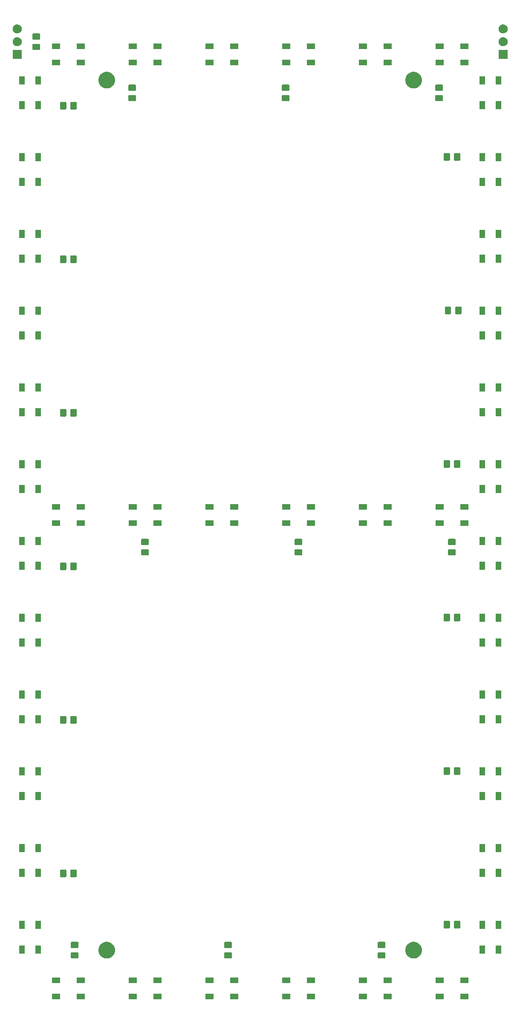
<source format=gbr>
G04 #@! TF.GenerationSoftware,KiCad,Pcbnew,(5.1.5)-3*
G04 #@! TF.CreationDate,2020-10-28T14:25:37+01:00*
G04 #@! TF.ProjectId,7segment,37736567-6d65-46e7-942e-6b696361645f,rev?*
G04 #@! TF.SameCoordinates,Original*
G04 #@! TF.FileFunction,Soldermask,Top*
G04 #@! TF.FilePolarity,Negative*
%FSLAX46Y46*%
G04 Gerber Fmt 4.6, Leading zero omitted, Abs format (unit mm)*
G04 Created by KiCad (PCBNEW (5.1.5)-3) date 2020-10-28 14:25:37*
%MOMM*%
%LPD*%
G04 APERTURE LIST*
%ADD10C,0.100000*%
G04 APERTURE END LIST*
D10*
G36*
X135331000Y-212971000D02*
G01*
X133729000Y-212971000D01*
X133729000Y-211869000D01*
X135331000Y-211869000D01*
X135331000Y-212971000D01*
G37*
G36*
X130431000Y-212971000D02*
G01*
X128829000Y-212971000D01*
X128829000Y-211869000D01*
X130431000Y-211869000D01*
X130431000Y-212971000D01*
G37*
G36*
X120091000Y-212971000D02*
G01*
X118489000Y-212971000D01*
X118489000Y-211869000D01*
X120091000Y-211869000D01*
X120091000Y-212971000D01*
G37*
G36*
X115191000Y-212971000D02*
G01*
X113589000Y-212971000D01*
X113589000Y-211869000D01*
X115191000Y-211869000D01*
X115191000Y-212971000D01*
G37*
G36*
X104851000Y-212971000D02*
G01*
X103249000Y-212971000D01*
X103249000Y-211869000D01*
X104851000Y-211869000D01*
X104851000Y-212971000D01*
G37*
G36*
X99951000Y-212971000D02*
G01*
X98349000Y-212971000D01*
X98349000Y-211869000D01*
X99951000Y-211869000D01*
X99951000Y-212971000D01*
G37*
G36*
X89611000Y-212971000D02*
G01*
X88009000Y-212971000D01*
X88009000Y-211869000D01*
X89611000Y-211869000D01*
X89611000Y-212971000D01*
G37*
G36*
X84711000Y-212971000D02*
G01*
X83109000Y-212971000D01*
X83109000Y-211869000D01*
X84711000Y-211869000D01*
X84711000Y-212971000D01*
G37*
G36*
X74371000Y-212971000D02*
G01*
X72769000Y-212971000D01*
X72769000Y-211869000D01*
X74371000Y-211869000D01*
X74371000Y-212971000D01*
G37*
G36*
X69471000Y-212971000D02*
G01*
X67869000Y-212971000D01*
X67869000Y-211869000D01*
X69471000Y-211869000D01*
X69471000Y-212971000D01*
G37*
G36*
X59131000Y-212971000D02*
G01*
X57529000Y-212971000D01*
X57529000Y-211869000D01*
X59131000Y-211869000D01*
X59131000Y-212971000D01*
G37*
G36*
X54231000Y-212971000D02*
G01*
X52629000Y-212971000D01*
X52629000Y-211869000D01*
X54231000Y-211869000D01*
X54231000Y-212971000D01*
G37*
G36*
X59131000Y-209771000D02*
G01*
X57529000Y-209771000D01*
X57529000Y-208669000D01*
X59131000Y-208669000D01*
X59131000Y-209771000D01*
G37*
G36*
X89611000Y-209771000D02*
G01*
X88009000Y-209771000D01*
X88009000Y-208669000D01*
X89611000Y-208669000D01*
X89611000Y-209771000D01*
G37*
G36*
X84711000Y-209771000D02*
G01*
X83109000Y-209771000D01*
X83109000Y-208669000D01*
X84711000Y-208669000D01*
X84711000Y-209771000D01*
G37*
G36*
X99951000Y-209771000D02*
G01*
X98349000Y-209771000D01*
X98349000Y-208669000D01*
X99951000Y-208669000D01*
X99951000Y-209771000D01*
G37*
G36*
X104851000Y-209771000D02*
G01*
X103249000Y-209771000D01*
X103249000Y-208669000D01*
X104851000Y-208669000D01*
X104851000Y-209771000D01*
G37*
G36*
X74371000Y-209771000D02*
G01*
X72769000Y-209771000D01*
X72769000Y-208669000D01*
X74371000Y-208669000D01*
X74371000Y-209771000D01*
G37*
G36*
X69471000Y-209771000D02*
G01*
X67869000Y-209771000D01*
X67869000Y-208669000D01*
X69471000Y-208669000D01*
X69471000Y-209771000D01*
G37*
G36*
X135331000Y-209771000D02*
G01*
X133729000Y-209771000D01*
X133729000Y-208669000D01*
X135331000Y-208669000D01*
X135331000Y-209771000D01*
G37*
G36*
X130431000Y-209771000D02*
G01*
X128829000Y-209771000D01*
X128829000Y-208669000D01*
X130431000Y-208669000D01*
X130431000Y-209771000D01*
G37*
G36*
X115191000Y-209771000D02*
G01*
X113589000Y-209771000D01*
X113589000Y-208669000D01*
X115191000Y-208669000D01*
X115191000Y-209771000D01*
G37*
G36*
X54231000Y-209771000D02*
G01*
X52629000Y-209771000D01*
X52629000Y-208669000D01*
X54231000Y-208669000D01*
X54231000Y-209771000D01*
G37*
G36*
X120091000Y-209771000D02*
G01*
X118489000Y-209771000D01*
X118489000Y-208669000D01*
X120091000Y-208669000D01*
X120091000Y-209771000D01*
G37*
G36*
X57738674Y-203603465D02*
G01*
X57776367Y-203614899D01*
X57811103Y-203633466D01*
X57841548Y-203658452D01*
X57866534Y-203688897D01*
X57885101Y-203723633D01*
X57896535Y-203761326D01*
X57901000Y-203806661D01*
X57901000Y-204643339D01*
X57896535Y-204688674D01*
X57885101Y-204726367D01*
X57866534Y-204761103D01*
X57841548Y-204791548D01*
X57811103Y-204816534D01*
X57776367Y-204835101D01*
X57738674Y-204846535D01*
X57693339Y-204851000D01*
X56606661Y-204851000D01*
X56561326Y-204846535D01*
X56523633Y-204835101D01*
X56488897Y-204816534D01*
X56458452Y-204791548D01*
X56433466Y-204761103D01*
X56414899Y-204726367D01*
X56403465Y-204688674D01*
X56399000Y-204643339D01*
X56399000Y-203806661D01*
X56403465Y-203761326D01*
X56414899Y-203723633D01*
X56433466Y-203688897D01*
X56458452Y-203658452D01*
X56488897Y-203633466D01*
X56523633Y-203614899D01*
X56561326Y-203603465D01*
X56606661Y-203599000D01*
X57693339Y-203599000D01*
X57738674Y-203603465D01*
G37*
G36*
X88218674Y-203603465D02*
G01*
X88256367Y-203614899D01*
X88291103Y-203633466D01*
X88321548Y-203658452D01*
X88346534Y-203688897D01*
X88365101Y-203723633D01*
X88376535Y-203761326D01*
X88381000Y-203806661D01*
X88381000Y-204643339D01*
X88376535Y-204688674D01*
X88365101Y-204726367D01*
X88346534Y-204761103D01*
X88321548Y-204791548D01*
X88291103Y-204816534D01*
X88256367Y-204835101D01*
X88218674Y-204846535D01*
X88173339Y-204851000D01*
X87086661Y-204851000D01*
X87041326Y-204846535D01*
X87003633Y-204835101D01*
X86968897Y-204816534D01*
X86938452Y-204791548D01*
X86913466Y-204761103D01*
X86894899Y-204726367D01*
X86883465Y-204688674D01*
X86879000Y-204643339D01*
X86879000Y-203806661D01*
X86883465Y-203761326D01*
X86894899Y-203723633D01*
X86913466Y-203688897D01*
X86938452Y-203658452D01*
X86968897Y-203633466D01*
X87003633Y-203614899D01*
X87041326Y-203603465D01*
X87086661Y-203599000D01*
X88173339Y-203599000D01*
X88218674Y-203603465D01*
G37*
G36*
X63875256Y-201591298D02*
G01*
X63981579Y-201612447D01*
X64282042Y-201736903D01*
X64552451Y-201917585D01*
X64782415Y-202147549D01*
X64963097Y-202417958D01*
X65087553Y-202718421D01*
X65151000Y-203037391D01*
X65151000Y-203362609D01*
X65087553Y-203681579D01*
X64963097Y-203982042D01*
X64782415Y-204252451D01*
X64552451Y-204482415D01*
X64282042Y-204663097D01*
X63981579Y-204787553D01*
X63893208Y-204805131D01*
X63662611Y-204851000D01*
X63337389Y-204851000D01*
X63106792Y-204805131D01*
X63018421Y-204787553D01*
X62717958Y-204663097D01*
X62447549Y-204482415D01*
X62217585Y-204252451D01*
X62036903Y-203982042D01*
X61912447Y-203681579D01*
X61849000Y-203362609D01*
X61849000Y-203037391D01*
X61912447Y-202718421D01*
X62036903Y-202417958D01*
X62217585Y-202147549D01*
X62447549Y-201917585D01*
X62717958Y-201736903D01*
X63018421Y-201612447D01*
X63124744Y-201591298D01*
X63337389Y-201549000D01*
X63662611Y-201549000D01*
X63875256Y-201591298D01*
G37*
G36*
X118698674Y-203603465D02*
G01*
X118736367Y-203614899D01*
X118771103Y-203633466D01*
X118801548Y-203658452D01*
X118826534Y-203688897D01*
X118845101Y-203723633D01*
X118856535Y-203761326D01*
X118861000Y-203806661D01*
X118861000Y-204643339D01*
X118856535Y-204688674D01*
X118845101Y-204726367D01*
X118826534Y-204761103D01*
X118801548Y-204791548D01*
X118771103Y-204816534D01*
X118736367Y-204835101D01*
X118698674Y-204846535D01*
X118653339Y-204851000D01*
X117566661Y-204851000D01*
X117521326Y-204846535D01*
X117483633Y-204835101D01*
X117448897Y-204816534D01*
X117418452Y-204791548D01*
X117393466Y-204761103D01*
X117374899Y-204726367D01*
X117363465Y-204688674D01*
X117359000Y-204643339D01*
X117359000Y-203806661D01*
X117363465Y-203761326D01*
X117374899Y-203723633D01*
X117393466Y-203688897D01*
X117418452Y-203658452D01*
X117448897Y-203633466D01*
X117483633Y-203614899D01*
X117521326Y-203603465D01*
X117566661Y-203599000D01*
X118653339Y-203599000D01*
X118698674Y-203603465D01*
G37*
G36*
X124835256Y-201591298D02*
G01*
X124941579Y-201612447D01*
X125242042Y-201736903D01*
X125512451Y-201917585D01*
X125742415Y-202147549D01*
X125923097Y-202417958D01*
X126047553Y-202718421D01*
X126111000Y-203037391D01*
X126111000Y-203362609D01*
X126047553Y-203681579D01*
X125923097Y-203982042D01*
X125742415Y-204252451D01*
X125512451Y-204482415D01*
X125242042Y-204663097D01*
X124941579Y-204787553D01*
X124853208Y-204805131D01*
X124622611Y-204851000D01*
X124297389Y-204851000D01*
X124066792Y-204805131D01*
X123978421Y-204787553D01*
X123677958Y-204663097D01*
X123407549Y-204482415D01*
X123177585Y-204252451D01*
X122996903Y-203982042D01*
X122872447Y-203681579D01*
X122809000Y-203362609D01*
X122809000Y-203037391D01*
X122872447Y-202718421D01*
X122996903Y-202417958D01*
X123177585Y-202147549D01*
X123407549Y-201917585D01*
X123677958Y-201736903D01*
X123978421Y-201612447D01*
X124084744Y-201591298D01*
X124297389Y-201549000D01*
X124622611Y-201549000D01*
X124835256Y-201591298D01*
G37*
G36*
X50411000Y-203911000D02*
G01*
X49309000Y-203911000D01*
X49309000Y-202309000D01*
X50411000Y-202309000D01*
X50411000Y-203911000D01*
G37*
G36*
X141851000Y-203911000D02*
G01*
X140749000Y-203911000D01*
X140749000Y-202309000D01*
X141851000Y-202309000D01*
X141851000Y-203911000D01*
G37*
G36*
X47211000Y-203911000D02*
G01*
X46109000Y-203911000D01*
X46109000Y-202309000D01*
X47211000Y-202309000D01*
X47211000Y-203911000D01*
G37*
G36*
X138651000Y-203911000D02*
G01*
X137549000Y-203911000D01*
X137549000Y-202309000D01*
X138651000Y-202309000D01*
X138651000Y-203911000D01*
G37*
G36*
X57738674Y-201553465D02*
G01*
X57776367Y-201564899D01*
X57811103Y-201583466D01*
X57841548Y-201608452D01*
X57866534Y-201638897D01*
X57885101Y-201673633D01*
X57896535Y-201711326D01*
X57901000Y-201756661D01*
X57901000Y-202593339D01*
X57896535Y-202638674D01*
X57885101Y-202676367D01*
X57866534Y-202711103D01*
X57841548Y-202741548D01*
X57811103Y-202766534D01*
X57776367Y-202785101D01*
X57738674Y-202796535D01*
X57693339Y-202801000D01*
X56606661Y-202801000D01*
X56561326Y-202796535D01*
X56523633Y-202785101D01*
X56488897Y-202766534D01*
X56458452Y-202741548D01*
X56433466Y-202711103D01*
X56414899Y-202676367D01*
X56403465Y-202638674D01*
X56399000Y-202593339D01*
X56399000Y-201756661D01*
X56403465Y-201711326D01*
X56414899Y-201673633D01*
X56433466Y-201638897D01*
X56458452Y-201608452D01*
X56488897Y-201583466D01*
X56523633Y-201564899D01*
X56561326Y-201553465D01*
X56606661Y-201549000D01*
X57693339Y-201549000D01*
X57738674Y-201553465D01*
G37*
G36*
X88218674Y-201553465D02*
G01*
X88256367Y-201564899D01*
X88291103Y-201583466D01*
X88321548Y-201608452D01*
X88346534Y-201638897D01*
X88365101Y-201673633D01*
X88376535Y-201711326D01*
X88381000Y-201756661D01*
X88381000Y-202593339D01*
X88376535Y-202638674D01*
X88365101Y-202676367D01*
X88346534Y-202711103D01*
X88321548Y-202741548D01*
X88291103Y-202766534D01*
X88256367Y-202785101D01*
X88218674Y-202796535D01*
X88173339Y-202801000D01*
X87086661Y-202801000D01*
X87041326Y-202796535D01*
X87003633Y-202785101D01*
X86968897Y-202766534D01*
X86938452Y-202741548D01*
X86913466Y-202711103D01*
X86894899Y-202676367D01*
X86883465Y-202638674D01*
X86879000Y-202593339D01*
X86879000Y-201756661D01*
X86883465Y-201711326D01*
X86894899Y-201673633D01*
X86913466Y-201638897D01*
X86938452Y-201608452D01*
X86968897Y-201583466D01*
X87003633Y-201564899D01*
X87041326Y-201553465D01*
X87086661Y-201549000D01*
X88173339Y-201549000D01*
X88218674Y-201553465D01*
G37*
G36*
X118698674Y-201553465D02*
G01*
X118736367Y-201564899D01*
X118771103Y-201583466D01*
X118801548Y-201608452D01*
X118826534Y-201638897D01*
X118845101Y-201673633D01*
X118856535Y-201711326D01*
X118861000Y-201756661D01*
X118861000Y-202593339D01*
X118856535Y-202638674D01*
X118845101Y-202676367D01*
X118826534Y-202711103D01*
X118801548Y-202741548D01*
X118771103Y-202766534D01*
X118736367Y-202785101D01*
X118698674Y-202796535D01*
X118653339Y-202801000D01*
X117566661Y-202801000D01*
X117521326Y-202796535D01*
X117483633Y-202785101D01*
X117448897Y-202766534D01*
X117418452Y-202741548D01*
X117393466Y-202711103D01*
X117374899Y-202676367D01*
X117363465Y-202638674D01*
X117359000Y-202593339D01*
X117359000Y-201756661D01*
X117363465Y-201711326D01*
X117374899Y-201673633D01*
X117393466Y-201638897D01*
X117418452Y-201608452D01*
X117448897Y-201583466D01*
X117483633Y-201564899D01*
X117521326Y-201553465D01*
X117566661Y-201549000D01*
X118653339Y-201549000D01*
X118698674Y-201553465D01*
G37*
G36*
X50411000Y-199011000D02*
G01*
X49309000Y-199011000D01*
X49309000Y-197409000D01*
X50411000Y-197409000D01*
X50411000Y-199011000D01*
G37*
G36*
X47211000Y-199011000D02*
G01*
X46109000Y-199011000D01*
X46109000Y-197409000D01*
X47211000Y-197409000D01*
X47211000Y-199011000D01*
G37*
G36*
X138651000Y-199011000D02*
G01*
X137549000Y-199011000D01*
X137549000Y-197409000D01*
X138651000Y-197409000D01*
X138651000Y-199011000D01*
G37*
G36*
X141851000Y-199011000D02*
G01*
X140749000Y-199011000D01*
X140749000Y-197409000D01*
X141851000Y-197409000D01*
X141851000Y-199011000D01*
G37*
G36*
X133568674Y-197373465D02*
G01*
X133606367Y-197384899D01*
X133641103Y-197403466D01*
X133671548Y-197428452D01*
X133696534Y-197458897D01*
X133715101Y-197493633D01*
X133726535Y-197531326D01*
X133731000Y-197576661D01*
X133731000Y-198663339D01*
X133726535Y-198708674D01*
X133715101Y-198746367D01*
X133696534Y-198781103D01*
X133671548Y-198811548D01*
X133641103Y-198836534D01*
X133606367Y-198855101D01*
X133568674Y-198866535D01*
X133523339Y-198871000D01*
X132686661Y-198871000D01*
X132641326Y-198866535D01*
X132603633Y-198855101D01*
X132568897Y-198836534D01*
X132538452Y-198811548D01*
X132513466Y-198781103D01*
X132494899Y-198746367D01*
X132483465Y-198708674D01*
X132479000Y-198663339D01*
X132479000Y-197576661D01*
X132483465Y-197531326D01*
X132494899Y-197493633D01*
X132513466Y-197458897D01*
X132538452Y-197428452D01*
X132568897Y-197403466D01*
X132603633Y-197384899D01*
X132641326Y-197373465D01*
X132686661Y-197369000D01*
X133523339Y-197369000D01*
X133568674Y-197373465D01*
G37*
G36*
X131518674Y-197373465D02*
G01*
X131556367Y-197384899D01*
X131591103Y-197403466D01*
X131621548Y-197428452D01*
X131646534Y-197458897D01*
X131665101Y-197493633D01*
X131676535Y-197531326D01*
X131681000Y-197576661D01*
X131681000Y-198663339D01*
X131676535Y-198708674D01*
X131665101Y-198746367D01*
X131646534Y-198781103D01*
X131621548Y-198811548D01*
X131591103Y-198836534D01*
X131556367Y-198855101D01*
X131518674Y-198866535D01*
X131473339Y-198871000D01*
X130636661Y-198871000D01*
X130591326Y-198866535D01*
X130553633Y-198855101D01*
X130518897Y-198836534D01*
X130488452Y-198811548D01*
X130463466Y-198781103D01*
X130444899Y-198746367D01*
X130433465Y-198708674D01*
X130429000Y-198663339D01*
X130429000Y-197576661D01*
X130433465Y-197531326D01*
X130444899Y-197493633D01*
X130463466Y-197458897D01*
X130488452Y-197428452D01*
X130518897Y-197403466D01*
X130553633Y-197384899D01*
X130591326Y-197373465D01*
X130636661Y-197369000D01*
X131473339Y-197369000D01*
X131518674Y-197373465D01*
G37*
G36*
X55318674Y-187213465D02*
G01*
X55356367Y-187224899D01*
X55391103Y-187243466D01*
X55421548Y-187268452D01*
X55446534Y-187298897D01*
X55465101Y-187333633D01*
X55476535Y-187371326D01*
X55481000Y-187416661D01*
X55481000Y-188503339D01*
X55476535Y-188548674D01*
X55465101Y-188586367D01*
X55446534Y-188621103D01*
X55421548Y-188651548D01*
X55391103Y-188676534D01*
X55356367Y-188695101D01*
X55318674Y-188706535D01*
X55273339Y-188711000D01*
X54436661Y-188711000D01*
X54391326Y-188706535D01*
X54353633Y-188695101D01*
X54318897Y-188676534D01*
X54288452Y-188651548D01*
X54263466Y-188621103D01*
X54244899Y-188586367D01*
X54233465Y-188548674D01*
X54229000Y-188503339D01*
X54229000Y-187416661D01*
X54233465Y-187371326D01*
X54244899Y-187333633D01*
X54263466Y-187298897D01*
X54288452Y-187268452D01*
X54318897Y-187243466D01*
X54353633Y-187224899D01*
X54391326Y-187213465D01*
X54436661Y-187209000D01*
X55273339Y-187209000D01*
X55318674Y-187213465D01*
G37*
G36*
X57368674Y-187213465D02*
G01*
X57406367Y-187224899D01*
X57441103Y-187243466D01*
X57471548Y-187268452D01*
X57496534Y-187298897D01*
X57515101Y-187333633D01*
X57526535Y-187371326D01*
X57531000Y-187416661D01*
X57531000Y-188503339D01*
X57526535Y-188548674D01*
X57515101Y-188586367D01*
X57496534Y-188621103D01*
X57471548Y-188651548D01*
X57441103Y-188676534D01*
X57406367Y-188695101D01*
X57368674Y-188706535D01*
X57323339Y-188711000D01*
X56486661Y-188711000D01*
X56441326Y-188706535D01*
X56403633Y-188695101D01*
X56368897Y-188676534D01*
X56338452Y-188651548D01*
X56313466Y-188621103D01*
X56294899Y-188586367D01*
X56283465Y-188548674D01*
X56279000Y-188503339D01*
X56279000Y-187416661D01*
X56283465Y-187371326D01*
X56294899Y-187333633D01*
X56313466Y-187298897D01*
X56338452Y-187268452D01*
X56368897Y-187243466D01*
X56403633Y-187224899D01*
X56441326Y-187213465D01*
X56486661Y-187209000D01*
X57323339Y-187209000D01*
X57368674Y-187213465D01*
G37*
G36*
X141851000Y-188671000D02*
G01*
X140749000Y-188671000D01*
X140749000Y-187069000D01*
X141851000Y-187069000D01*
X141851000Y-188671000D01*
G37*
G36*
X47211000Y-188671000D02*
G01*
X46109000Y-188671000D01*
X46109000Y-187069000D01*
X47211000Y-187069000D01*
X47211000Y-188671000D01*
G37*
G36*
X50411000Y-188671000D02*
G01*
X49309000Y-188671000D01*
X49309000Y-187069000D01*
X50411000Y-187069000D01*
X50411000Y-188671000D01*
G37*
G36*
X138651000Y-188671000D02*
G01*
X137549000Y-188671000D01*
X137549000Y-187069000D01*
X138651000Y-187069000D01*
X138651000Y-188671000D01*
G37*
G36*
X141851000Y-183771000D02*
G01*
X140749000Y-183771000D01*
X140749000Y-182169000D01*
X141851000Y-182169000D01*
X141851000Y-183771000D01*
G37*
G36*
X138651000Y-183771000D02*
G01*
X137549000Y-183771000D01*
X137549000Y-182169000D01*
X138651000Y-182169000D01*
X138651000Y-183771000D01*
G37*
G36*
X50411000Y-183771000D02*
G01*
X49309000Y-183771000D01*
X49309000Y-182169000D01*
X50411000Y-182169000D01*
X50411000Y-183771000D01*
G37*
G36*
X47211000Y-183771000D02*
G01*
X46109000Y-183771000D01*
X46109000Y-182169000D01*
X47211000Y-182169000D01*
X47211000Y-183771000D01*
G37*
G36*
X47211000Y-173431000D02*
G01*
X46109000Y-173431000D01*
X46109000Y-171829000D01*
X47211000Y-171829000D01*
X47211000Y-173431000D01*
G37*
G36*
X141851000Y-173431000D02*
G01*
X140749000Y-173431000D01*
X140749000Y-171829000D01*
X141851000Y-171829000D01*
X141851000Y-173431000D01*
G37*
G36*
X50411000Y-173431000D02*
G01*
X49309000Y-173431000D01*
X49309000Y-171829000D01*
X50411000Y-171829000D01*
X50411000Y-173431000D01*
G37*
G36*
X138651000Y-173431000D02*
G01*
X137549000Y-173431000D01*
X137549000Y-171829000D01*
X138651000Y-171829000D01*
X138651000Y-173431000D01*
G37*
G36*
X47211000Y-168531000D02*
G01*
X46109000Y-168531000D01*
X46109000Y-166929000D01*
X47211000Y-166929000D01*
X47211000Y-168531000D01*
G37*
G36*
X141851000Y-168531000D02*
G01*
X140749000Y-168531000D01*
X140749000Y-166929000D01*
X141851000Y-166929000D01*
X141851000Y-168531000D01*
G37*
G36*
X50411000Y-168531000D02*
G01*
X49309000Y-168531000D01*
X49309000Y-166929000D01*
X50411000Y-166929000D01*
X50411000Y-168531000D01*
G37*
G36*
X138651000Y-168531000D02*
G01*
X137549000Y-168531000D01*
X137549000Y-166929000D01*
X138651000Y-166929000D01*
X138651000Y-168531000D01*
G37*
G36*
X131518674Y-166893465D02*
G01*
X131556367Y-166904899D01*
X131591103Y-166923466D01*
X131621548Y-166948452D01*
X131646534Y-166978897D01*
X131665101Y-167013633D01*
X131676535Y-167051326D01*
X131681000Y-167096661D01*
X131681000Y-168183339D01*
X131676535Y-168228674D01*
X131665101Y-168266367D01*
X131646534Y-168301103D01*
X131621548Y-168331548D01*
X131591103Y-168356534D01*
X131556367Y-168375101D01*
X131518674Y-168386535D01*
X131473339Y-168391000D01*
X130636661Y-168391000D01*
X130591326Y-168386535D01*
X130553633Y-168375101D01*
X130518897Y-168356534D01*
X130488452Y-168331548D01*
X130463466Y-168301103D01*
X130444899Y-168266367D01*
X130433465Y-168228674D01*
X130429000Y-168183339D01*
X130429000Y-167096661D01*
X130433465Y-167051326D01*
X130444899Y-167013633D01*
X130463466Y-166978897D01*
X130488452Y-166948452D01*
X130518897Y-166923466D01*
X130553633Y-166904899D01*
X130591326Y-166893465D01*
X130636661Y-166889000D01*
X131473339Y-166889000D01*
X131518674Y-166893465D01*
G37*
G36*
X133568674Y-166893465D02*
G01*
X133606367Y-166904899D01*
X133641103Y-166923466D01*
X133671548Y-166948452D01*
X133696534Y-166978897D01*
X133715101Y-167013633D01*
X133726535Y-167051326D01*
X133731000Y-167096661D01*
X133731000Y-168183339D01*
X133726535Y-168228674D01*
X133715101Y-168266367D01*
X133696534Y-168301103D01*
X133671548Y-168331548D01*
X133641103Y-168356534D01*
X133606367Y-168375101D01*
X133568674Y-168386535D01*
X133523339Y-168391000D01*
X132686661Y-168391000D01*
X132641326Y-168386535D01*
X132603633Y-168375101D01*
X132568897Y-168356534D01*
X132538452Y-168331548D01*
X132513466Y-168301103D01*
X132494899Y-168266367D01*
X132483465Y-168228674D01*
X132479000Y-168183339D01*
X132479000Y-167096661D01*
X132483465Y-167051326D01*
X132494899Y-167013633D01*
X132513466Y-166978897D01*
X132538452Y-166948452D01*
X132568897Y-166923466D01*
X132603633Y-166904899D01*
X132641326Y-166893465D01*
X132686661Y-166889000D01*
X133523339Y-166889000D01*
X133568674Y-166893465D01*
G37*
G36*
X55318674Y-156733465D02*
G01*
X55356367Y-156744899D01*
X55391103Y-156763466D01*
X55421548Y-156788452D01*
X55446534Y-156818897D01*
X55465101Y-156853633D01*
X55476535Y-156891326D01*
X55481000Y-156936661D01*
X55481000Y-158023339D01*
X55476535Y-158068674D01*
X55465101Y-158106367D01*
X55446534Y-158141103D01*
X55421548Y-158171548D01*
X55391103Y-158196534D01*
X55356367Y-158215101D01*
X55318674Y-158226535D01*
X55273339Y-158231000D01*
X54436661Y-158231000D01*
X54391326Y-158226535D01*
X54353633Y-158215101D01*
X54318897Y-158196534D01*
X54288452Y-158171548D01*
X54263466Y-158141103D01*
X54244899Y-158106367D01*
X54233465Y-158068674D01*
X54229000Y-158023339D01*
X54229000Y-156936661D01*
X54233465Y-156891326D01*
X54244899Y-156853633D01*
X54263466Y-156818897D01*
X54288452Y-156788452D01*
X54318897Y-156763466D01*
X54353633Y-156744899D01*
X54391326Y-156733465D01*
X54436661Y-156729000D01*
X55273339Y-156729000D01*
X55318674Y-156733465D01*
G37*
G36*
X57368674Y-156733465D02*
G01*
X57406367Y-156744899D01*
X57441103Y-156763466D01*
X57471548Y-156788452D01*
X57496534Y-156818897D01*
X57515101Y-156853633D01*
X57526535Y-156891326D01*
X57531000Y-156936661D01*
X57531000Y-158023339D01*
X57526535Y-158068674D01*
X57515101Y-158106367D01*
X57496534Y-158141103D01*
X57471548Y-158171548D01*
X57441103Y-158196534D01*
X57406367Y-158215101D01*
X57368674Y-158226535D01*
X57323339Y-158231000D01*
X56486661Y-158231000D01*
X56441326Y-158226535D01*
X56403633Y-158215101D01*
X56368897Y-158196534D01*
X56338452Y-158171548D01*
X56313466Y-158141103D01*
X56294899Y-158106367D01*
X56283465Y-158068674D01*
X56279000Y-158023339D01*
X56279000Y-156936661D01*
X56283465Y-156891326D01*
X56294899Y-156853633D01*
X56313466Y-156818897D01*
X56338452Y-156788452D01*
X56368897Y-156763466D01*
X56403633Y-156744899D01*
X56441326Y-156733465D01*
X56486661Y-156729000D01*
X57323339Y-156729000D01*
X57368674Y-156733465D01*
G37*
G36*
X50411000Y-158191000D02*
G01*
X49309000Y-158191000D01*
X49309000Y-156589000D01*
X50411000Y-156589000D01*
X50411000Y-158191000D01*
G37*
G36*
X47211000Y-158191000D02*
G01*
X46109000Y-158191000D01*
X46109000Y-156589000D01*
X47211000Y-156589000D01*
X47211000Y-158191000D01*
G37*
G36*
X141851000Y-158191000D02*
G01*
X140749000Y-158191000D01*
X140749000Y-156589000D01*
X141851000Y-156589000D01*
X141851000Y-158191000D01*
G37*
G36*
X138651000Y-158191000D02*
G01*
X137549000Y-158191000D01*
X137549000Y-156589000D01*
X138651000Y-156589000D01*
X138651000Y-158191000D01*
G37*
G36*
X138651000Y-153291000D02*
G01*
X137549000Y-153291000D01*
X137549000Y-151689000D01*
X138651000Y-151689000D01*
X138651000Y-153291000D01*
G37*
G36*
X50411000Y-153291000D02*
G01*
X49309000Y-153291000D01*
X49309000Y-151689000D01*
X50411000Y-151689000D01*
X50411000Y-153291000D01*
G37*
G36*
X47211000Y-153291000D02*
G01*
X46109000Y-153291000D01*
X46109000Y-151689000D01*
X47211000Y-151689000D01*
X47211000Y-153291000D01*
G37*
G36*
X141851000Y-153291000D02*
G01*
X140749000Y-153291000D01*
X140749000Y-151689000D01*
X141851000Y-151689000D01*
X141851000Y-153291000D01*
G37*
G36*
X138651000Y-142951000D02*
G01*
X137549000Y-142951000D01*
X137549000Y-141349000D01*
X138651000Y-141349000D01*
X138651000Y-142951000D01*
G37*
G36*
X141851000Y-142951000D02*
G01*
X140749000Y-142951000D01*
X140749000Y-141349000D01*
X141851000Y-141349000D01*
X141851000Y-142951000D01*
G37*
G36*
X47211000Y-142951000D02*
G01*
X46109000Y-142951000D01*
X46109000Y-141349000D01*
X47211000Y-141349000D01*
X47211000Y-142951000D01*
G37*
G36*
X50411000Y-142951000D02*
G01*
X49309000Y-142951000D01*
X49309000Y-141349000D01*
X50411000Y-141349000D01*
X50411000Y-142951000D01*
G37*
G36*
X141851000Y-138051000D02*
G01*
X140749000Y-138051000D01*
X140749000Y-136449000D01*
X141851000Y-136449000D01*
X141851000Y-138051000D01*
G37*
G36*
X47211000Y-138051000D02*
G01*
X46109000Y-138051000D01*
X46109000Y-136449000D01*
X47211000Y-136449000D01*
X47211000Y-138051000D01*
G37*
G36*
X50411000Y-138051000D02*
G01*
X49309000Y-138051000D01*
X49309000Y-136449000D01*
X50411000Y-136449000D01*
X50411000Y-138051000D01*
G37*
G36*
X138651000Y-138051000D02*
G01*
X137549000Y-138051000D01*
X137549000Y-136449000D01*
X138651000Y-136449000D01*
X138651000Y-138051000D01*
G37*
G36*
X133568674Y-136413465D02*
G01*
X133606367Y-136424899D01*
X133641103Y-136443466D01*
X133671548Y-136468452D01*
X133696534Y-136498897D01*
X133715101Y-136533633D01*
X133726535Y-136571326D01*
X133731000Y-136616661D01*
X133731000Y-137703339D01*
X133726535Y-137748674D01*
X133715101Y-137786367D01*
X133696534Y-137821103D01*
X133671548Y-137851548D01*
X133641103Y-137876534D01*
X133606367Y-137895101D01*
X133568674Y-137906535D01*
X133523339Y-137911000D01*
X132686661Y-137911000D01*
X132641326Y-137906535D01*
X132603633Y-137895101D01*
X132568897Y-137876534D01*
X132538452Y-137851548D01*
X132513466Y-137821103D01*
X132494899Y-137786367D01*
X132483465Y-137748674D01*
X132479000Y-137703339D01*
X132479000Y-136616661D01*
X132483465Y-136571326D01*
X132494899Y-136533633D01*
X132513466Y-136498897D01*
X132538452Y-136468452D01*
X132568897Y-136443466D01*
X132603633Y-136424899D01*
X132641326Y-136413465D01*
X132686661Y-136409000D01*
X133523339Y-136409000D01*
X133568674Y-136413465D01*
G37*
G36*
X131518674Y-136413465D02*
G01*
X131556367Y-136424899D01*
X131591103Y-136443466D01*
X131621548Y-136468452D01*
X131646534Y-136498897D01*
X131665101Y-136533633D01*
X131676535Y-136571326D01*
X131681000Y-136616661D01*
X131681000Y-137703339D01*
X131676535Y-137748674D01*
X131665101Y-137786367D01*
X131646534Y-137821103D01*
X131621548Y-137851548D01*
X131591103Y-137876534D01*
X131556367Y-137895101D01*
X131518674Y-137906535D01*
X131473339Y-137911000D01*
X130636661Y-137911000D01*
X130591326Y-137906535D01*
X130553633Y-137895101D01*
X130518897Y-137876534D01*
X130488452Y-137851548D01*
X130463466Y-137821103D01*
X130444899Y-137786367D01*
X130433465Y-137748674D01*
X130429000Y-137703339D01*
X130429000Y-136616661D01*
X130433465Y-136571326D01*
X130444899Y-136533633D01*
X130463466Y-136498897D01*
X130488452Y-136468452D01*
X130518897Y-136443466D01*
X130553633Y-136424899D01*
X130591326Y-136413465D01*
X130636661Y-136409000D01*
X131473339Y-136409000D01*
X131518674Y-136413465D01*
G37*
G36*
X55318674Y-126253465D02*
G01*
X55356367Y-126264899D01*
X55391103Y-126283466D01*
X55421548Y-126308452D01*
X55446534Y-126338897D01*
X55465101Y-126373633D01*
X55476535Y-126411326D01*
X55481000Y-126456661D01*
X55481000Y-127543339D01*
X55476535Y-127588674D01*
X55465101Y-127626367D01*
X55446534Y-127661103D01*
X55421548Y-127691548D01*
X55391103Y-127716534D01*
X55356367Y-127735101D01*
X55318674Y-127746535D01*
X55273339Y-127751000D01*
X54436661Y-127751000D01*
X54391326Y-127746535D01*
X54353633Y-127735101D01*
X54318897Y-127716534D01*
X54288452Y-127691548D01*
X54263466Y-127661103D01*
X54244899Y-127626367D01*
X54233465Y-127588674D01*
X54229000Y-127543339D01*
X54229000Y-126456661D01*
X54233465Y-126411326D01*
X54244899Y-126373633D01*
X54263466Y-126338897D01*
X54288452Y-126308452D01*
X54318897Y-126283466D01*
X54353633Y-126264899D01*
X54391326Y-126253465D01*
X54436661Y-126249000D01*
X55273339Y-126249000D01*
X55318674Y-126253465D01*
G37*
G36*
X57368674Y-126253465D02*
G01*
X57406367Y-126264899D01*
X57441103Y-126283466D01*
X57471548Y-126308452D01*
X57496534Y-126338897D01*
X57515101Y-126373633D01*
X57526535Y-126411326D01*
X57531000Y-126456661D01*
X57531000Y-127543339D01*
X57526535Y-127588674D01*
X57515101Y-127626367D01*
X57496534Y-127661103D01*
X57471548Y-127691548D01*
X57441103Y-127716534D01*
X57406367Y-127735101D01*
X57368674Y-127746535D01*
X57323339Y-127751000D01*
X56486661Y-127751000D01*
X56441326Y-127746535D01*
X56403633Y-127735101D01*
X56368897Y-127716534D01*
X56338452Y-127691548D01*
X56313466Y-127661103D01*
X56294899Y-127626367D01*
X56283465Y-127588674D01*
X56279000Y-127543339D01*
X56279000Y-126456661D01*
X56283465Y-126411326D01*
X56294899Y-126373633D01*
X56313466Y-126338897D01*
X56338452Y-126308452D01*
X56368897Y-126283466D01*
X56403633Y-126264899D01*
X56441326Y-126253465D01*
X56486661Y-126249000D01*
X57323339Y-126249000D01*
X57368674Y-126253465D01*
G37*
G36*
X138651000Y-127711000D02*
G01*
X137549000Y-127711000D01*
X137549000Y-126109000D01*
X138651000Y-126109000D01*
X138651000Y-127711000D01*
G37*
G36*
X141851000Y-127711000D02*
G01*
X140749000Y-127711000D01*
X140749000Y-126109000D01*
X141851000Y-126109000D01*
X141851000Y-127711000D01*
G37*
G36*
X47211000Y-127711000D02*
G01*
X46109000Y-127711000D01*
X46109000Y-126109000D01*
X47211000Y-126109000D01*
X47211000Y-127711000D01*
G37*
G36*
X50411000Y-127711000D02*
G01*
X49309000Y-127711000D01*
X49309000Y-126109000D01*
X50411000Y-126109000D01*
X50411000Y-127711000D01*
G37*
G36*
X71708674Y-123593465D02*
G01*
X71746367Y-123604899D01*
X71781103Y-123623466D01*
X71811548Y-123648452D01*
X71836534Y-123678897D01*
X71855101Y-123713633D01*
X71866535Y-123751326D01*
X71871000Y-123796661D01*
X71871000Y-124633339D01*
X71866535Y-124678674D01*
X71855101Y-124716367D01*
X71836534Y-124751103D01*
X71811548Y-124781548D01*
X71781103Y-124806534D01*
X71746367Y-124825101D01*
X71708674Y-124836535D01*
X71663339Y-124841000D01*
X70576661Y-124841000D01*
X70531326Y-124836535D01*
X70493633Y-124825101D01*
X70458897Y-124806534D01*
X70428452Y-124781548D01*
X70403466Y-124751103D01*
X70384899Y-124716367D01*
X70373465Y-124678674D01*
X70369000Y-124633339D01*
X70369000Y-123796661D01*
X70373465Y-123751326D01*
X70384899Y-123713633D01*
X70403466Y-123678897D01*
X70428452Y-123648452D01*
X70458897Y-123623466D01*
X70493633Y-123604899D01*
X70531326Y-123593465D01*
X70576661Y-123589000D01*
X71663339Y-123589000D01*
X71708674Y-123593465D01*
G37*
G36*
X102188674Y-123593465D02*
G01*
X102226367Y-123604899D01*
X102261103Y-123623466D01*
X102291548Y-123648452D01*
X102316534Y-123678897D01*
X102335101Y-123713633D01*
X102346535Y-123751326D01*
X102351000Y-123796661D01*
X102351000Y-124633339D01*
X102346535Y-124678674D01*
X102335101Y-124716367D01*
X102316534Y-124751103D01*
X102291548Y-124781548D01*
X102261103Y-124806534D01*
X102226367Y-124825101D01*
X102188674Y-124836535D01*
X102143339Y-124841000D01*
X101056661Y-124841000D01*
X101011326Y-124836535D01*
X100973633Y-124825101D01*
X100938897Y-124806534D01*
X100908452Y-124781548D01*
X100883466Y-124751103D01*
X100864899Y-124716367D01*
X100853465Y-124678674D01*
X100849000Y-124633339D01*
X100849000Y-123796661D01*
X100853465Y-123751326D01*
X100864899Y-123713633D01*
X100883466Y-123678897D01*
X100908452Y-123648452D01*
X100938897Y-123623466D01*
X100973633Y-123604899D01*
X101011326Y-123593465D01*
X101056661Y-123589000D01*
X102143339Y-123589000D01*
X102188674Y-123593465D01*
G37*
G36*
X132668674Y-123593465D02*
G01*
X132706367Y-123604899D01*
X132741103Y-123623466D01*
X132771548Y-123648452D01*
X132796534Y-123678897D01*
X132815101Y-123713633D01*
X132826535Y-123751326D01*
X132831000Y-123796661D01*
X132831000Y-124633339D01*
X132826535Y-124678674D01*
X132815101Y-124716367D01*
X132796534Y-124751103D01*
X132771548Y-124781548D01*
X132741103Y-124806534D01*
X132706367Y-124825101D01*
X132668674Y-124836535D01*
X132623339Y-124841000D01*
X131536661Y-124841000D01*
X131491326Y-124836535D01*
X131453633Y-124825101D01*
X131418897Y-124806534D01*
X131388452Y-124781548D01*
X131363466Y-124751103D01*
X131344899Y-124716367D01*
X131333465Y-124678674D01*
X131329000Y-124633339D01*
X131329000Y-123796661D01*
X131333465Y-123751326D01*
X131344899Y-123713633D01*
X131363466Y-123678897D01*
X131388452Y-123648452D01*
X131418897Y-123623466D01*
X131453633Y-123604899D01*
X131491326Y-123593465D01*
X131536661Y-123589000D01*
X132623339Y-123589000D01*
X132668674Y-123593465D01*
G37*
G36*
X138651000Y-122811000D02*
G01*
X137549000Y-122811000D01*
X137549000Y-121209000D01*
X138651000Y-121209000D01*
X138651000Y-122811000D01*
G37*
G36*
X141851000Y-122811000D02*
G01*
X140749000Y-122811000D01*
X140749000Y-121209000D01*
X141851000Y-121209000D01*
X141851000Y-122811000D01*
G37*
G36*
X50411000Y-122811000D02*
G01*
X49309000Y-122811000D01*
X49309000Y-121209000D01*
X50411000Y-121209000D01*
X50411000Y-122811000D01*
G37*
G36*
X47211000Y-122811000D02*
G01*
X46109000Y-122811000D01*
X46109000Y-121209000D01*
X47211000Y-121209000D01*
X47211000Y-122811000D01*
G37*
G36*
X71708674Y-121543465D02*
G01*
X71746367Y-121554899D01*
X71781103Y-121573466D01*
X71811548Y-121598452D01*
X71836534Y-121628897D01*
X71855101Y-121663633D01*
X71866535Y-121701326D01*
X71871000Y-121746661D01*
X71871000Y-122583339D01*
X71866535Y-122628674D01*
X71855101Y-122666367D01*
X71836534Y-122701103D01*
X71811548Y-122731548D01*
X71781103Y-122756534D01*
X71746367Y-122775101D01*
X71708674Y-122786535D01*
X71663339Y-122791000D01*
X70576661Y-122791000D01*
X70531326Y-122786535D01*
X70493633Y-122775101D01*
X70458897Y-122756534D01*
X70428452Y-122731548D01*
X70403466Y-122701103D01*
X70384899Y-122666367D01*
X70373465Y-122628674D01*
X70369000Y-122583339D01*
X70369000Y-121746661D01*
X70373465Y-121701326D01*
X70384899Y-121663633D01*
X70403466Y-121628897D01*
X70428452Y-121598452D01*
X70458897Y-121573466D01*
X70493633Y-121554899D01*
X70531326Y-121543465D01*
X70576661Y-121539000D01*
X71663339Y-121539000D01*
X71708674Y-121543465D01*
G37*
G36*
X102188674Y-121543465D02*
G01*
X102226367Y-121554899D01*
X102261103Y-121573466D01*
X102291548Y-121598452D01*
X102316534Y-121628897D01*
X102335101Y-121663633D01*
X102346535Y-121701326D01*
X102351000Y-121746661D01*
X102351000Y-122583339D01*
X102346535Y-122628674D01*
X102335101Y-122666367D01*
X102316534Y-122701103D01*
X102291548Y-122731548D01*
X102261103Y-122756534D01*
X102226367Y-122775101D01*
X102188674Y-122786535D01*
X102143339Y-122791000D01*
X101056661Y-122791000D01*
X101011326Y-122786535D01*
X100973633Y-122775101D01*
X100938897Y-122756534D01*
X100908452Y-122731548D01*
X100883466Y-122701103D01*
X100864899Y-122666367D01*
X100853465Y-122628674D01*
X100849000Y-122583339D01*
X100849000Y-121746661D01*
X100853465Y-121701326D01*
X100864899Y-121663633D01*
X100883466Y-121628897D01*
X100908452Y-121598452D01*
X100938897Y-121573466D01*
X100973633Y-121554899D01*
X101011326Y-121543465D01*
X101056661Y-121539000D01*
X102143339Y-121539000D01*
X102188674Y-121543465D01*
G37*
G36*
X132668674Y-121543465D02*
G01*
X132706367Y-121554899D01*
X132741103Y-121573466D01*
X132771548Y-121598452D01*
X132796534Y-121628897D01*
X132815101Y-121663633D01*
X132826535Y-121701326D01*
X132831000Y-121746661D01*
X132831000Y-122583339D01*
X132826535Y-122628674D01*
X132815101Y-122666367D01*
X132796534Y-122701103D01*
X132771548Y-122731548D01*
X132741103Y-122756534D01*
X132706367Y-122775101D01*
X132668674Y-122786535D01*
X132623339Y-122791000D01*
X131536661Y-122791000D01*
X131491326Y-122786535D01*
X131453633Y-122775101D01*
X131418897Y-122756534D01*
X131388452Y-122731548D01*
X131363466Y-122701103D01*
X131344899Y-122666367D01*
X131333465Y-122628674D01*
X131329000Y-122583339D01*
X131329000Y-121746661D01*
X131333465Y-121701326D01*
X131344899Y-121663633D01*
X131363466Y-121628897D01*
X131388452Y-121598452D01*
X131418897Y-121573466D01*
X131453633Y-121554899D01*
X131491326Y-121543465D01*
X131536661Y-121539000D01*
X132623339Y-121539000D01*
X132668674Y-121543465D01*
G37*
G36*
X130431000Y-118991000D02*
G01*
X128829000Y-118991000D01*
X128829000Y-117889000D01*
X130431000Y-117889000D01*
X130431000Y-118991000D01*
G37*
G36*
X59131000Y-118991000D02*
G01*
X57529000Y-118991000D01*
X57529000Y-117889000D01*
X59131000Y-117889000D01*
X59131000Y-118991000D01*
G37*
G36*
X69471000Y-118991000D02*
G01*
X67869000Y-118991000D01*
X67869000Y-117889000D01*
X69471000Y-117889000D01*
X69471000Y-118991000D01*
G37*
G36*
X54231000Y-118991000D02*
G01*
X52629000Y-118991000D01*
X52629000Y-117889000D01*
X54231000Y-117889000D01*
X54231000Y-118991000D01*
G37*
G36*
X74371000Y-118991000D02*
G01*
X72769000Y-118991000D01*
X72769000Y-117889000D01*
X74371000Y-117889000D01*
X74371000Y-118991000D01*
G37*
G36*
X84711000Y-118991000D02*
G01*
X83109000Y-118991000D01*
X83109000Y-117889000D01*
X84711000Y-117889000D01*
X84711000Y-118991000D01*
G37*
G36*
X89611000Y-118991000D02*
G01*
X88009000Y-118991000D01*
X88009000Y-117889000D01*
X89611000Y-117889000D01*
X89611000Y-118991000D01*
G37*
G36*
X99951000Y-118991000D02*
G01*
X98349000Y-118991000D01*
X98349000Y-117889000D01*
X99951000Y-117889000D01*
X99951000Y-118991000D01*
G37*
G36*
X104851000Y-118991000D02*
G01*
X103249000Y-118991000D01*
X103249000Y-117889000D01*
X104851000Y-117889000D01*
X104851000Y-118991000D01*
G37*
G36*
X115191000Y-118991000D02*
G01*
X113589000Y-118991000D01*
X113589000Y-117889000D01*
X115191000Y-117889000D01*
X115191000Y-118991000D01*
G37*
G36*
X120091000Y-118991000D02*
G01*
X118489000Y-118991000D01*
X118489000Y-117889000D01*
X120091000Y-117889000D01*
X120091000Y-118991000D01*
G37*
G36*
X135331000Y-118991000D02*
G01*
X133729000Y-118991000D01*
X133729000Y-117889000D01*
X135331000Y-117889000D01*
X135331000Y-118991000D01*
G37*
G36*
X84711000Y-115791000D02*
G01*
X83109000Y-115791000D01*
X83109000Y-114689000D01*
X84711000Y-114689000D01*
X84711000Y-115791000D01*
G37*
G36*
X115191000Y-115791000D02*
G01*
X113589000Y-115791000D01*
X113589000Y-114689000D01*
X115191000Y-114689000D01*
X115191000Y-115791000D01*
G37*
G36*
X104851000Y-115791000D02*
G01*
X103249000Y-115791000D01*
X103249000Y-114689000D01*
X104851000Y-114689000D01*
X104851000Y-115791000D01*
G37*
G36*
X99951000Y-115791000D02*
G01*
X98349000Y-115791000D01*
X98349000Y-114689000D01*
X99951000Y-114689000D01*
X99951000Y-115791000D01*
G37*
G36*
X89611000Y-115791000D02*
G01*
X88009000Y-115791000D01*
X88009000Y-114689000D01*
X89611000Y-114689000D01*
X89611000Y-115791000D01*
G37*
G36*
X69471000Y-115791000D02*
G01*
X67869000Y-115791000D01*
X67869000Y-114689000D01*
X69471000Y-114689000D01*
X69471000Y-115791000D01*
G37*
G36*
X135331000Y-115791000D02*
G01*
X133729000Y-115791000D01*
X133729000Y-114689000D01*
X135331000Y-114689000D01*
X135331000Y-115791000D01*
G37*
G36*
X130431000Y-115791000D02*
G01*
X128829000Y-115791000D01*
X128829000Y-114689000D01*
X130431000Y-114689000D01*
X130431000Y-115791000D01*
G37*
G36*
X54231000Y-115791000D02*
G01*
X52629000Y-115791000D01*
X52629000Y-114689000D01*
X54231000Y-114689000D01*
X54231000Y-115791000D01*
G37*
G36*
X59131000Y-115791000D02*
G01*
X57529000Y-115791000D01*
X57529000Y-114689000D01*
X59131000Y-114689000D01*
X59131000Y-115791000D01*
G37*
G36*
X74371000Y-115791000D02*
G01*
X72769000Y-115791000D01*
X72769000Y-114689000D01*
X74371000Y-114689000D01*
X74371000Y-115791000D01*
G37*
G36*
X120091000Y-115791000D02*
G01*
X118489000Y-115791000D01*
X118489000Y-114689000D01*
X120091000Y-114689000D01*
X120091000Y-115791000D01*
G37*
G36*
X138651000Y-112471000D02*
G01*
X137549000Y-112471000D01*
X137549000Y-110869000D01*
X138651000Y-110869000D01*
X138651000Y-112471000D01*
G37*
G36*
X50411000Y-112471000D02*
G01*
X49309000Y-112471000D01*
X49309000Y-110869000D01*
X50411000Y-110869000D01*
X50411000Y-112471000D01*
G37*
G36*
X47211000Y-112471000D02*
G01*
X46109000Y-112471000D01*
X46109000Y-110869000D01*
X47211000Y-110869000D01*
X47211000Y-112471000D01*
G37*
G36*
X141851000Y-112471000D02*
G01*
X140749000Y-112471000D01*
X140749000Y-110869000D01*
X141851000Y-110869000D01*
X141851000Y-112471000D01*
G37*
G36*
X47211000Y-107571000D02*
G01*
X46109000Y-107571000D01*
X46109000Y-105969000D01*
X47211000Y-105969000D01*
X47211000Y-107571000D01*
G37*
G36*
X50411000Y-107571000D02*
G01*
X49309000Y-107571000D01*
X49309000Y-105969000D01*
X50411000Y-105969000D01*
X50411000Y-107571000D01*
G37*
G36*
X141851000Y-107571000D02*
G01*
X140749000Y-107571000D01*
X140749000Y-105969000D01*
X141851000Y-105969000D01*
X141851000Y-107571000D01*
G37*
G36*
X138651000Y-107571000D02*
G01*
X137549000Y-107571000D01*
X137549000Y-105969000D01*
X138651000Y-105969000D01*
X138651000Y-107571000D01*
G37*
G36*
X131518674Y-105933465D02*
G01*
X131556367Y-105944899D01*
X131591103Y-105963466D01*
X131621548Y-105988452D01*
X131646534Y-106018897D01*
X131665101Y-106053633D01*
X131676535Y-106091326D01*
X131681000Y-106136661D01*
X131681000Y-107223339D01*
X131676535Y-107268674D01*
X131665101Y-107306367D01*
X131646534Y-107341103D01*
X131621548Y-107371548D01*
X131591103Y-107396534D01*
X131556367Y-107415101D01*
X131518674Y-107426535D01*
X131473339Y-107431000D01*
X130636661Y-107431000D01*
X130591326Y-107426535D01*
X130553633Y-107415101D01*
X130518897Y-107396534D01*
X130488452Y-107371548D01*
X130463466Y-107341103D01*
X130444899Y-107306367D01*
X130433465Y-107268674D01*
X130429000Y-107223339D01*
X130429000Y-106136661D01*
X130433465Y-106091326D01*
X130444899Y-106053633D01*
X130463466Y-106018897D01*
X130488452Y-105988452D01*
X130518897Y-105963466D01*
X130553633Y-105944899D01*
X130591326Y-105933465D01*
X130636661Y-105929000D01*
X131473339Y-105929000D01*
X131518674Y-105933465D01*
G37*
G36*
X133568674Y-105933465D02*
G01*
X133606367Y-105944899D01*
X133641103Y-105963466D01*
X133671548Y-105988452D01*
X133696534Y-106018897D01*
X133715101Y-106053633D01*
X133726535Y-106091326D01*
X133731000Y-106136661D01*
X133731000Y-107223339D01*
X133726535Y-107268674D01*
X133715101Y-107306367D01*
X133696534Y-107341103D01*
X133671548Y-107371548D01*
X133641103Y-107396534D01*
X133606367Y-107415101D01*
X133568674Y-107426535D01*
X133523339Y-107431000D01*
X132686661Y-107431000D01*
X132641326Y-107426535D01*
X132603633Y-107415101D01*
X132568897Y-107396534D01*
X132538452Y-107371548D01*
X132513466Y-107341103D01*
X132494899Y-107306367D01*
X132483465Y-107268674D01*
X132479000Y-107223339D01*
X132479000Y-106136661D01*
X132483465Y-106091326D01*
X132494899Y-106053633D01*
X132513466Y-106018897D01*
X132538452Y-105988452D01*
X132568897Y-105963466D01*
X132603633Y-105944899D01*
X132641326Y-105933465D01*
X132686661Y-105929000D01*
X133523339Y-105929000D01*
X133568674Y-105933465D01*
G37*
G36*
X55318674Y-95773465D02*
G01*
X55356367Y-95784899D01*
X55391103Y-95803466D01*
X55421548Y-95828452D01*
X55446534Y-95858897D01*
X55465101Y-95893633D01*
X55476535Y-95931326D01*
X55481000Y-95976661D01*
X55481000Y-97063339D01*
X55476535Y-97108674D01*
X55465101Y-97146367D01*
X55446534Y-97181103D01*
X55421548Y-97211548D01*
X55391103Y-97236534D01*
X55356367Y-97255101D01*
X55318674Y-97266535D01*
X55273339Y-97271000D01*
X54436661Y-97271000D01*
X54391326Y-97266535D01*
X54353633Y-97255101D01*
X54318897Y-97236534D01*
X54288452Y-97211548D01*
X54263466Y-97181103D01*
X54244899Y-97146367D01*
X54233465Y-97108674D01*
X54229000Y-97063339D01*
X54229000Y-95976661D01*
X54233465Y-95931326D01*
X54244899Y-95893633D01*
X54263466Y-95858897D01*
X54288452Y-95828452D01*
X54318897Y-95803466D01*
X54353633Y-95784899D01*
X54391326Y-95773465D01*
X54436661Y-95769000D01*
X55273339Y-95769000D01*
X55318674Y-95773465D01*
G37*
G36*
X57368674Y-95773465D02*
G01*
X57406367Y-95784899D01*
X57441103Y-95803466D01*
X57471548Y-95828452D01*
X57496534Y-95858897D01*
X57515101Y-95893633D01*
X57526535Y-95931326D01*
X57531000Y-95976661D01*
X57531000Y-97063339D01*
X57526535Y-97108674D01*
X57515101Y-97146367D01*
X57496534Y-97181103D01*
X57471548Y-97211548D01*
X57441103Y-97236534D01*
X57406367Y-97255101D01*
X57368674Y-97266535D01*
X57323339Y-97271000D01*
X56486661Y-97271000D01*
X56441326Y-97266535D01*
X56403633Y-97255101D01*
X56368897Y-97236534D01*
X56338452Y-97211548D01*
X56313466Y-97181103D01*
X56294899Y-97146367D01*
X56283465Y-97108674D01*
X56279000Y-97063339D01*
X56279000Y-95976661D01*
X56283465Y-95931326D01*
X56294899Y-95893633D01*
X56313466Y-95858897D01*
X56338452Y-95828452D01*
X56368897Y-95803466D01*
X56403633Y-95784899D01*
X56441326Y-95773465D01*
X56486661Y-95769000D01*
X57323339Y-95769000D01*
X57368674Y-95773465D01*
G37*
G36*
X47211000Y-97231000D02*
G01*
X46109000Y-97231000D01*
X46109000Y-95629000D01*
X47211000Y-95629000D01*
X47211000Y-97231000D01*
G37*
G36*
X50411000Y-97231000D02*
G01*
X49309000Y-97231000D01*
X49309000Y-95629000D01*
X50411000Y-95629000D01*
X50411000Y-97231000D01*
G37*
G36*
X141851000Y-97231000D02*
G01*
X140749000Y-97231000D01*
X140749000Y-95629000D01*
X141851000Y-95629000D01*
X141851000Y-97231000D01*
G37*
G36*
X138651000Y-97231000D02*
G01*
X137549000Y-97231000D01*
X137549000Y-95629000D01*
X138651000Y-95629000D01*
X138651000Y-97231000D01*
G37*
G36*
X138651000Y-92331000D02*
G01*
X137549000Y-92331000D01*
X137549000Y-90729000D01*
X138651000Y-90729000D01*
X138651000Y-92331000D01*
G37*
G36*
X141851000Y-92331000D02*
G01*
X140749000Y-92331000D01*
X140749000Y-90729000D01*
X141851000Y-90729000D01*
X141851000Y-92331000D01*
G37*
G36*
X50411000Y-92331000D02*
G01*
X49309000Y-92331000D01*
X49309000Y-90729000D01*
X50411000Y-90729000D01*
X50411000Y-92331000D01*
G37*
G36*
X47211000Y-92331000D02*
G01*
X46109000Y-92331000D01*
X46109000Y-90729000D01*
X47211000Y-90729000D01*
X47211000Y-92331000D01*
G37*
G36*
X138651000Y-81991000D02*
G01*
X137549000Y-81991000D01*
X137549000Y-80389000D01*
X138651000Y-80389000D01*
X138651000Y-81991000D01*
G37*
G36*
X47211000Y-81991000D02*
G01*
X46109000Y-81991000D01*
X46109000Y-80389000D01*
X47211000Y-80389000D01*
X47211000Y-81991000D01*
G37*
G36*
X141851000Y-81991000D02*
G01*
X140749000Y-81991000D01*
X140749000Y-80389000D01*
X141851000Y-80389000D01*
X141851000Y-81991000D01*
G37*
G36*
X50411000Y-81991000D02*
G01*
X49309000Y-81991000D01*
X49309000Y-80389000D01*
X50411000Y-80389000D01*
X50411000Y-81991000D01*
G37*
G36*
X47211000Y-77091000D02*
G01*
X46109000Y-77091000D01*
X46109000Y-75489000D01*
X47211000Y-75489000D01*
X47211000Y-77091000D01*
G37*
G36*
X50411000Y-77091000D02*
G01*
X49309000Y-77091000D01*
X49309000Y-75489000D01*
X50411000Y-75489000D01*
X50411000Y-77091000D01*
G37*
G36*
X141851000Y-77091000D02*
G01*
X140749000Y-77091000D01*
X140749000Y-75489000D01*
X141851000Y-75489000D01*
X141851000Y-77091000D01*
G37*
G36*
X138651000Y-77091000D02*
G01*
X137549000Y-77091000D01*
X137549000Y-75489000D01*
X138651000Y-75489000D01*
X138651000Y-77091000D01*
G37*
G36*
X131763675Y-75453465D02*
G01*
X131801368Y-75464899D01*
X131836104Y-75483466D01*
X131866549Y-75508452D01*
X131891535Y-75538897D01*
X131910102Y-75573633D01*
X131921536Y-75611326D01*
X131926001Y-75656661D01*
X131926001Y-76743339D01*
X131921536Y-76788674D01*
X131910102Y-76826367D01*
X131891535Y-76861103D01*
X131866549Y-76891548D01*
X131836104Y-76916534D01*
X131801368Y-76935101D01*
X131763675Y-76946535D01*
X131718340Y-76951000D01*
X130881662Y-76951000D01*
X130836327Y-76946535D01*
X130798634Y-76935101D01*
X130763898Y-76916534D01*
X130733453Y-76891548D01*
X130708467Y-76861103D01*
X130689900Y-76826367D01*
X130678466Y-76788674D01*
X130674001Y-76743339D01*
X130674001Y-75656661D01*
X130678466Y-75611326D01*
X130689900Y-75573633D01*
X130708467Y-75538897D01*
X130733453Y-75508452D01*
X130763898Y-75483466D01*
X130798634Y-75464899D01*
X130836327Y-75453465D01*
X130881662Y-75449000D01*
X131718340Y-75449000D01*
X131763675Y-75453465D01*
G37*
G36*
X133813675Y-75453465D02*
G01*
X133851368Y-75464899D01*
X133886104Y-75483466D01*
X133916549Y-75508452D01*
X133941535Y-75538897D01*
X133960102Y-75573633D01*
X133971536Y-75611326D01*
X133976001Y-75656661D01*
X133976001Y-76743339D01*
X133971536Y-76788674D01*
X133960102Y-76826367D01*
X133941535Y-76861103D01*
X133916549Y-76891548D01*
X133886104Y-76916534D01*
X133851368Y-76935101D01*
X133813675Y-76946535D01*
X133768340Y-76951000D01*
X132931662Y-76951000D01*
X132886327Y-76946535D01*
X132848634Y-76935101D01*
X132813898Y-76916534D01*
X132783453Y-76891548D01*
X132758467Y-76861103D01*
X132739900Y-76826367D01*
X132728466Y-76788674D01*
X132724001Y-76743339D01*
X132724001Y-75656661D01*
X132728466Y-75611326D01*
X132739900Y-75573633D01*
X132758467Y-75538897D01*
X132783453Y-75508452D01*
X132813898Y-75483466D01*
X132848634Y-75464899D01*
X132886327Y-75453465D01*
X132931662Y-75449000D01*
X133768340Y-75449000D01*
X133813675Y-75453465D01*
G37*
G36*
X57368674Y-65293465D02*
G01*
X57406367Y-65304899D01*
X57441103Y-65323466D01*
X57471548Y-65348452D01*
X57496534Y-65378897D01*
X57515101Y-65413633D01*
X57526535Y-65451326D01*
X57531000Y-65496661D01*
X57531000Y-66583339D01*
X57526535Y-66628674D01*
X57515101Y-66666367D01*
X57496534Y-66701103D01*
X57471548Y-66731548D01*
X57441103Y-66756534D01*
X57406367Y-66775101D01*
X57368674Y-66786535D01*
X57323339Y-66791000D01*
X56486661Y-66791000D01*
X56441326Y-66786535D01*
X56403633Y-66775101D01*
X56368897Y-66756534D01*
X56338452Y-66731548D01*
X56313466Y-66701103D01*
X56294899Y-66666367D01*
X56283465Y-66628674D01*
X56279000Y-66583339D01*
X56279000Y-65496661D01*
X56283465Y-65451326D01*
X56294899Y-65413633D01*
X56313466Y-65378897D01*
X56338452Y-65348452D01*
X56368897Y-65323466D01*
X56403633Y-65304899D01*
X56441326Y-65293465D01*
X56486661Y-65289000D01*
X57323339Y-65289000D01*
X57368674Y-65293465D01*
G37*
G36*
X55318674Y-65293465D02*
G01*
X55356367Y-65304899D01*
X55391103Y-65323466D01*
X55421548Y-65348452D01*
X55446534Y-65378897D01*
X55465101Y-65413633D01*
X55476535Y-65451326D01*
X55481000Y-65496661D01*
X55481000Y-66583339D01*
X55476535Y-66628674D01*
X55465101Y-66666367D01*
X55446534Y-66701103D01*
X55421548Y-66731548D01*
X55391103Y-66756534D01*
X55356367Y-66775101D01*
X55318674Y-66786535D01*
X55273339Y-66791000D01*
X54436661Y-66791000D01*
X54391326Y-66786535D01*
X54353633Y-66775101D01*
X54318897Y-66756534D01*
X54288452Y-66731548D01*
X54263466Y-66701103D01*
X54244899Y-66666367D01*
X54233465Y-66628674D01*
X54229000Y-66583339D01*
X54229000Y-65496661D01*
X54233465Y-65451326D01*
X54244899Y-65413633D01*
X54263466Y-65378897D01*
X54288452Y-65348452D01*
X54318897Y-65323466D01*
X54353633Y-65304899D01*
X54391326Y-65293465D01*
X54436661Y-65289000D01*
X55273339Y-65289000D01*
X55318674Y-65293465D01*
G37*
G36*
X138651000Y-66751000D02*
G01*
X137549000Y-66751000D01*
X137549000Y-65149000D01*
X138651000Y-65149000D01*
X138651000Y-66751000D01*
G37*
G36*
X141851000Y-66751000D02*
G01*
X140749000Y-66751000D01*
X140749000Y-65149000D01*
X141851000Y-65149000D01*
X141851000Y-66751000D01*
G37*
G36*
X50411000Y-66751000D02*
G01*
X49309000Y-66751000D01*
X49309000Y-65149000D01*
X50411000Y-65149000D01*
X50411000Y-66751000D01*
G37*
G36*
X47211000Y-66751000D02*
G01*
X46109000Y-66751000D01*
X46109000Y-65149000D01*
X47211000Y-65149000D01*
X47211000Y-66751000D01*
G37*
G36*
X47211000Y-61851000D02*
G01*
X46109000Y-61851000D01*
X46109000Y-60249000D01*
X47211000Y-60249000D01*
X47211000Y-61851000D01*
G37*
G36*
X50411000Y-61851000D02*
G01*
X49309000Y-61851000D01*
X49309000Y-60249000D01*
X50411000Y-60249000D01*
X50411000Y-61851000D01*
G37*
G36*
X138651000Y-61851000D02*
G01*
X137549000Y-61851000D01*
X137549000Y-60249000D01*
X138651000Y-60249000D01*
X138651000Y-61851000D01*
G37*
G36*
X141851000Y-61851000D02*
G01*
X140749000Y-61851000D01*
X140749000Y-60249000D01*
X141851000Y-60249000D01*
X141851000Y-61851000D01*
G37*
G36*
X138651000Y-51511000D02*
G01*
X137549000Y-51511000D01*
X137549000Y-49909000D01*
X138651000Y-49909000D01*
X138651000Y-51511000D01*
G37*
G36*
X141851000Y-51511000D02*
G01*
X140749000Y-51511000D01*
X140749000Y-49909000D01*
X141851000Y-49909000D01*
X141851000Y-51511000D01*
G37*
G36*
X50411000Y-51511000D02*
G01*
X49309000Y-51511000D01*
X49309000Y-49909000D01*
X50411000Y-49909000D01*
X50411000Y-51511000D01*
G37*
G36*
X47211000Y-51511000D02*
G01*
X46109000Y-51511000D01*
X46109000Y-49909000D01*
X47211000Y-49909000D01*
X47211000Y-51511000D01*
G37*
G36*
X50411000Y-46611000D02*
G01*
X49309000Y-46611000D01*
X49309000Y-45009000D01*
X50411000Y-45009000D01*
X50411000Y-46611000D01*
G37*
G36*
X47211000Y-46611000D02*
G01*
X46109000Y-46611000D01*
X46109000Y-45009000D01*
X47211000Y-45009000D01*
X47211000Y-46611000D01*
G37*
G36*
X138651000Y-46611000D02*
G01*
X137549000Y-46611000D01*
X137549000Y-45009000D01*
X138651000Y-45009000D01*
X138651000Y-46611000D01*
G37*
G36*
X141851000Y-46611000D02*
G01*
X140749000Y-46611000D01*
X140749000Y-45009000D01*
X141851000Y-45009000D01*
X141851000Y-46611000D01*
G37*
G36*
X131518674Y-44973465D02*
G01*
X131556367Y-44984899D01*
X131591103Y-45003466D01*
X131621548Y-45028452D01*
X131646534Y-45058897D01*
X131665101Y-45093633D01*
X131676535Y-45131326D01*
X131681000Y-45176661D01*
X131681000Y-46263339D01*
X131676535Y-46308674D01*
X131665101Y-46346367D01*
X131646534Y-46381103D01*
X131621548Y-46411548D01*
X131591103Y-46436534D01*
X131556367Y-46455101D01*
X131518674Y-46466535D01*
X131473339Y-46471000D01*
X130636661Y-46471000D01*
X130591326Y-46466535D01*
X130553633Y-46455101D01*
X130518897Y-46436534D01*
X130488452Y-46411548D01*
X130463466Y-46381103D01*
X130444899Y-46346367D01*
X130433465Y-46308674D01*
X130429000Y-46263339D01*
X130429000Y-45176661D01*
X130433465Y-45131326D01*
X130444899Y-45093633D01*
X130463466Y-45058897D01*
X130488452Y-45028452D01*
X130518897Y-45003466D01*
X130553633Y-44984899D01*
X130591326Y-44973465D01*
X130636661Y-44969000D01*
X131473339Y-44969000D01*
X131518674Y-44973465D01*
G37*
G36*
X133568674Y-44973465D02*
G01*
X133606367Y-44984899D01*
X133641103Y-45003466D01*
X133671548Y-45028452D01*
X133696534Y-45058897D01*
X133715101Y-45093633D01*
X133726535Y-45131326D01*
X133731000Y-45176661D01*
X133731000Y-46263339D01*
X133726535Y-46308674D01*
X133715101Y-46346367D01*
X133696534Y-46381103D01*
X133671548Y-46411548D01*
X133641103Y-46436534D01*
X133606367Y-46455101D01*
X133568674Y-46466535D01*
X133523339Y-46471000D01*
X132686661Y-46471000D01*
X132641326Y-46466535D01*
X132603633Y-46455101D01*
X132568897Y-46436534D01*
X132538452Y-46411548D01*
X132513466Y-46381103D01*
X132494899Y-46346367D01*
X132483465Y-46308674D01*
X132479000Y-46263339D01*
X132479000Y-45176661D01*
X132483465Y-45131326D01*
X132494899Y-45093633D01*
X132513466Y-45058897D01*
X132538452Y-45028452D01*
X132568897Y-45003466D01*
X132603633Y-44984899D01*
X132641326Y-44973465D01*
X132686661Y-44969000D01*
X133523339Y-44969000D01*
X133568674Y-44973465D01*
G37*
G36*
X57368674Y-34813465D02*
G01*
X57406367Y-34824899D01*
X57441103Y-34843466D01*
X57471548Y-34868452D01*
X57496534Y-34898897D01*
X57515101Y-34933633D01*
X57526535Y-34971326D01*
X57531000Y-35016661D01*
X57531000Y-36103339D01*
X57526535Y-36148674D01*
X57515101Y-36186367D01*
X57496534Y-36221103D01*
X57471548Y-36251548D01*
X57441103Y-36276534D01*
X57406367Y-36295101D01*
X57368674Y-36306535D01*
X57323339Y-36311000D01*
X56486661Y-36311000D01*
X56441326Y-36306535D01*
X56403633Y-36295101D01*
X56368897Y-36276534D01*
X56338452Y-36251548D01*
X56313466Y-36221103D01*
X56294899Y-36186367D01*
X56283465Y-36148674D01*
X56279000Y-36103339D01*
X56279000Y-35016661D01*
X56283465Y-34971326D01*
X56294899Y-34933633D01*
X56313466Y-34898897D01*
X56338452Y-34868452D01*
X56368897Y-34843466D01*
X56403633Y-34824899D01*
X56441326Y-34813465D01*
X56486661Y-34809000D01*
X57323339Y-34809000D01*
X57368674Y-34813465D01*
G37*
G36*
X55318674Y-34813465D02*
G01*
X55356367Y-34824899D01*
X55391103Y-34843466D01*
X55421548Y-34868452D01*
X55446534Y-34898897D01*
X55465101Y-34933633D01*
X55476535Y-34971326D01*
X55481000Y-35016661D01*
X55481000Y-36103339D01*
X55476535Y-36148674D01*
X55465101Y-36186367D01*
X55446534Y-36221103D01*
X55421548Y-36251548D01*
X55391103Y-36276534D01*
X55356367Y-36295101D01*
X55318674Y-36306535D01*
X55273339Y-36311000D01*
X54436661Y-36311000D01*
X54391326Y-36306535D01*
X54353633Y-36295101D01*
X54318897Y-36276534D01*
X54288452Y-36251548D01*
X54263466Y-36221103D01*
X54244899Y-36186367D01*
X54233465Y-36148674D01*
X54229000Y-36103339D01*
X54229000Y-35016661D01*
X54233465Y-34971326D01*
X54244899Y-34933633D01*
X54263466Y-34898897D01*
X54288452Y-34868452D01*
X54318897Y-34843466D01*
X54353633Y-34824899D01*
X54391326Y-34813465D01*
X54436661Y-34809000D01*
X55273339Y-34809000D01*
X55318674Y-34813465D01*
G37*
G36*
X141851000Y-36271000D02*
G01*
X140749000Y-36271000D01*
X140749000Y-34669000D01*
X141851000Y-34669000D01*
X141851000Y-36271000D01*
G37*
G36*
X138651000Y-36271000D02*
G01*
X137549000Y-36271000D01*
X137549000Y-34669000D01*
X138651000Y-34669000D01*
X138651000Y-36271000D01*
G37*
G36*
X47211000Y-36271000D02*
G01*
X46109000Y-36271000D01*
X46109000Y-34669000D01*
X47211000Y-34669000D01*
X47211000Y-36271000D01*
G37*
G36*
X50411000Y-36271000D02*
G01*
X49309000Y-36271000D01*
X49309000Y-34669000D01*
X50411000Y-34669000D01*
X50411000Y-36271000D01*
G37*
G36*
X69168674Y-33423465D02*
G01*
X69206367Y-33434899D01*
X69241103Y-33453466D01*
X69271548Y-33478452D01*
X69296534Y-33508897D01*
X69315101Y-33543633D01*
X69326535Y-33581326D01*
X69331000Y-33626661D01*
X69331000Y-34463339D01*
X69326535Y-34508674D01*
X69315101Y-34546367D01*
X69296534Y-34581103D01*
X69271548Y-34611548D01*
X69241103Y-34636534D01*
X69206367Y-34655101D01*
X69168674Y-34666535D01*
X69123339Y-34671000D01*
X68036661Y-34671000D01*
X67991326Y-34666535D01*
X67953633Y-34655101D01*
X67918897Y-34636534D01*
X67888452Y-34611548D01*
X67863466Y-34581103D01*
X67844899Y-34546367D01*
X67833465Y-34508674D01*
X67829000Y-34463339D01*
X67829000Y-33626661D01*
X67833465Y-33581326D01*
X67844899Y-33543633D01*
X67863466Y-33508897D01*
X67888452Y-33478452D01*
X67918897Y-33453466D01*
X67953633Y-33434899D01*
X67991326Y-33423465D01*
X68036661Y-33419000D01*
X69123339Y-33419000D01*
X69168674Y-33423465D01*
G37*
G36*
X99648674Y-33423465D02*
G01*
X99686367Y-33434899D01*
X99721103Y-33453466D01*
X99751548Y-33478452D01*
X99776534Y-33508897D01*
X99795101Y-33543633D01*
X99806535Y-33581326D01*
X99811000Y-33626661D01*
X99811000Y-34463339D01*
X99806535Y-34508674D01*
X99795101Y-34546367D01*
X99776534Y-34581103D01*
X99751548Y-34611548D01*
X99721103Y-34636534D01*
X99686367Y-34655101D01*
X99648674Y-34666535D01*
X99603339Y-34671000D01*
X98516661Y-34671000D01*
X98471326Y-34666535D01*
X98433633Y-34655101D01*
X98398897Y-34636534D01*
X98368452Y-34611548D01*
X98343466Y-34581103D01*
X98324899Y-34546367D01*
X98313465Y-34508674D01*
X98309000Y-34463339D01*
X98309000Y-33626661D01*
X98313465Y-33581326D01*
X98324899Y-33543633D01*
X98343466Y-33508897D01*
X98368452Y-33478452D01*
X98398897Y-33453466D01*
X98433633Y-33434899D01*
X98471326Y-33423465D01*
X98516661Y-33419000D01*
X99603339Y-33419000D01*
X99648674Y-33423465D01*
G37*
G36*
X130128674Y-33423465D02*
G01*
X130166367Y-33434899D01*
X130201103Y-33453466D01*
X130231548Y-33478452D01*
X130256534Y-33508897D01*
X130275101Y-33543633D01*
X130286535Y-33581326D01*
X130291000Y-33626661D01*
X130291000Y-34463339D01*
X130286535Y-34508674D01*
X130275101Y-34546367D01*
X130256534Y-34581103D01*
X130231548Y-34611548D01*
X130201103Y-34636534D01*
X130166367Y-34655101D01*
X130128674Y-34666535D01*
X130083339Y-34671000D01*
X128996661Y-34671000D01*
X128951326Y-34666535D01*
X128913633Y-34655101D01*
X128878897Y-34636534D01*
X128848452Y-34611548D01*
X128823466Y-34581103D01*
X128804899Y-34546367D01*
X128793465Y-34508674D01*
X128789000Y-34463339D01*
X128789000Y-33626661D01*
X128793465Y-33581326D01*
X128804899Y-33543633D01*
X128823466Y-33508897D01*
X128848452Y-33478452D01*
X128878897Y-33453466D01*
X128913633Y-33434899D01*
X128951326Y-33423465D01*
X128996661Y-33419000D01*
X130083339Y-33419000D01*
X130128674Y-33423465D01*
G37*
G36*
X130128674Y-31373465D02*
G01*
X130166367Y-31384899D01*
X130201103Y-31403466D01*
X130231548Y-31428452D01*
X130256534Y-31458897D01*
X130275101Y-31493633D01*
X130286535Y-31531326D01*
X130291000Y-31576661D01*
X130291000Y-32413339D01*
X130286535Y-32458674D01*
X130275101Y-32496367D01*
X130256534Y-32531103D01*
X130231548Y-32561548D01*
X130201103Y-32586534D01*
X130166367Y-32605101D01*
X130128674Y-32616535D01*
X130083339Y-32621000D01*
X128996661Y-32621000D01*
X128951326Y-32616535D01*
X128913633Y-32605101D01*
X128878897Y-32586534D01*
X128848452Y-32561548D01*
X128823466Y-32531103D01*
X128804899Y-32496367D01*
X128793465Y-32458674D01*
X128789000Y-32413339D01*
X128789000Y-31576661D01*
X128793465Y-31531326D01*
X128804899Y-31493633D01*
X128823466Y-31458897D01*
X128848452Y-31428452D01*
X128878897Y-31403466D01*
X128913633Y-31384899D01*
X128951326Y-31373465D01*
X128996661Y-31369000D01*
X130083339Y-31369000D01*
X130128674Y-31373465D01*
G37*
G36*
X69168674Y-31373465D02*
G01*
X69206367Y-31384899D01*
X69241103Y-31403466D01*
X69271548Y-31428452D01*
X69296534Y-31458897D01*
X69315101Y-31493633D01*
X69326535Y-31531326D01*
X69331000Y-31576661D01*
X69331000Y-32413339D01*
X69326535Y-32458674D01*
X69315101Y-32496367D01*
X69296534Y-32531103D01*
X69271548Y-32561548D01*
X69241103Y-32586534D01*
X69206367Y-32605101D01*
X69168674Y-32616535D01*
X69123339Y-32621000D01*
X68036661Y-32621000D01*
X67991326Y-32616535D01*
X67953633Y-32605101D01*
X67918897Y-32586534D01*
X67888452Y-32561548D01*
X67863466Y-32531103D01*
X67844899Y-32496367D01*
X67833465Y-32458674D01*
X67829000Y-32413339D01*
X67829000Y-31576661D01*
X67833465Y-31531326D01*
X67844899Y-31493633D01*
X67863466Y-31458897D01*
X67888452Y-31428452D01*
X67918897Y-31403466D01*
X67953633Y-31384899D01*
X67991326Y-31373465D01*
X68036661Y-31369000D01*
X69123339Y-31369000D01*
X69168674Y-31373465D01*
G37*
G36*
X99648674Y-31373465D02*
G01*
X99686367Y-31384899D01*
X99721103Y-31403466D01*
X99751548Y-31428452D01*
X99776534Y-31458897D01*
X99795101Y-31493633D01*
X99806535Y-31531326D01*
X99811000Y-31576661D01*
X99811000Y-32413339D01*
X99806535Y-32458674D01*
X99795101Y-32496367D01*
X99776534Y-32531103D01*
X99751548Y-32561548D01*
X99721103Y-32586534D01*
X99686367Y-32605101D01*
X99648674Y-32616535D01*
X99603339Y-32621000D01*
X98516661Y-32621000D01*
X98471326Y-32616535D01*
X98433633Y-32605101D01*
X98398897Y-32586534D01*
X98368452Y-32561548D01*
X98343466Y-32531103D01*
X98324899Y-32496367D01*
X98313465Y-32458674D01*
X98309000Y-32413339D01*
X98309000Y-31576661D01*
X98313465Y-31531326D01*
X98324899Y-31493633D01*
X98343466Y-31458897D01*
X98368452Y-31428452D01*
X98398897Y-31403466D01*
X98433633Y-31384899D01*
X98471326Y-31373465D01*
X98516661Y-31369000D01*
X99603339Y-31369000D01*
X99648674Y-31373465D01*
G37*
G36*
X63875256Y-28871298D02*
G01*
X63981579Y-28892447D01*
X64282042Y-29016903D01*
X64552451Y-29197585D01*
X64782415Y-29427549D01*
X64963097Y-29697958D01*
X65087553Y-29998421D01*
X65151000Y-30317391D01*
X65151000Y-30642609D01*
X65087553Y-30961579D01*
X64963097Y-31262042D01*
X64782415Y-31532451D01*
X64552451Y-31762415D01*
X64282042Y-31943097D01*
X63981579Y-32067553D01*
X63875256Y-32088702D01*
X63662611Y-32131000D01*
X63337389Y-32131000D01*
X63124744Y-32088702D01*
X63018421Y-32067553D01*
X62717958Y-31943097D01*
X62447549Y-31762415D01*
X62217585Y-31532451D01*
X62036903Y-31262042D01*
X61912447Y-30961579D01*
X61849000Y-30642609D01*
X61849000Y-30317391D01*
X61912447Y-29998421D01*
X62036903Y-29697958D01*
X62217585Y-29427549D01*
X62447549Y-29197585D01*
X62717958Y-29016903D01*
X63018421Y-28892447D01*
X63124744Y-28871298D01*
X63337389Y-28829000D01*
X63662611Y-28829000D01*
X63875256Y-28871298D01*
G37*
G36*
X124835256Y-28871298D02*
G01*
X124941579Y-28892447D01*
X125242042Y-29016903D01*
X125512451Y-29197585D01*
X125742415Y-29427549D01*
X125923097Y-29697958D01*
X126047553Y-29998421D01*
X126111000Y-30317391D01*
X126111000Y-30642609D01*
X126047553Y-30961579D01*
X125923097Y-31262042D01*
X125742415Y-31532451D01*
X125512451Y-31762415D01*
X125242042Y-31943097D01*
X124941579Y-32067553D01*
X124835256Y-32088702D01*
X124622611Y-32131000D01*
X124297389Y-32131000D01*
X124084744Y-32088702D01*
X123978421Y-32067553D01*
X123677958Y-31943097D01*
X123407549Y-31762415D01*
X123177585Y-31532451D01*
X122996903Y-31262042D01*
X122872447Y-30961579D01*
X122809000Y-30642609D01*
X122809000Y-30317391D01*
X122872447Y-29998421D01*
X122996903Y-29697958D01*
X123177585Y-29427549D01*
X123407549Y-29197585D01*
X123677958Y-29016903D01*
X123978421Y-28892447D01*
X124084744Y-28871298D01*
X124297389Y-28829000D01*
X124622611Y-28829000D01*
X124835256Y-28871298D01*
G37*
G36*
X47211000Y-31371000D02*
G01*
X46109000Y-31371000D01*
X46109000Y-29769000D01*
X47211000Y-29769000D01*
X47211000Y-31371000D01*
G37*
G36*
X141851000Y-31371000D02*
G01*
X140749000Y-31371000D01*
X140749000Y-29769000D01*
X141851000Y-29769000D01*
X141851000Y-31371000D01*
G37*
G36*
X138651000Y-31371000D02*
G01*
X137549000Y-31371000D01*
X137549000Y-29769000D01*
X138651000Y-29769000D01*
X138651000Y-31371000D01*
G37*
G36*
X50411000Y-31371000D02*
G01*
X49309000Y-31371000D01*
X49309000Y-29769000D01*
X50411000Y-29769000D01*
X50411000Y-31371000D01*
G37*
G36*
X59131000Y-27551000D02*
G01*
X57529000Y-27551000D01*
X57529000Y-26449000D01*
X59131000Y-26449000D01*
X59131000Y-27551000D01*
G37*
G36*
X130431000Y-27551000D02*
G01*
X128829000Y-27551000D01*
X128829000Y-26449000D01*
X130431000Y-26449000D01*
X130431000Y-27551000D01*
G37*
G36*
X120091000Y-27551000D02*
G01*
X118489000Y-27551000D01*
X118489000Y-26449000D01*
X120091000Y-26449000D01*
X120091000Y-27551000D01*
G37*
G36*
X115191000Y-27551000D02*
G01*
X113589000Y-27551000D01*
X113589000Y-26449000D01*
X115191000Y-26449000D01*
X115191000Y-27551000D01*
G37*
G36*
X104851000Y-27551000D02*
G01*
X103249000Y-27551000D01*
X103249000Y-26449000D01*
X104851000Y-26449000D01*
X104851000Y-27551000D01*
G37*
G36*
X89611000Y-27551000D02*
G01*
X88009000Y-27551000D01*
X88009000Y-26449000D01*
X89611000Y-26449000D01*
X89611000Y-27551000D01*
G37*
G36*
X84711000Y-27551000D02*
G01*
X83109000Y-27551000D01*
X83109000Y-26449000D01*
X84711000Y-26449000D01*
X84711000Y-27551000D01*
G37*
G36*
X74371000Y-27551000D02*
G01*
X72769000Y-27551000D01*
X72769000Y-26449000D01*
X74371000Y-26449000D01*
X74371000Y-27551000D01*
G37*
G36*
X69471000Y-27551000D02*
G01*
X67869000Y-27551000D01*
X67869000Y-26449000D01*
X69471000Y-26449000D01*
X69471000Y-27551000D01*
G37*
G36*
X54231000Y-27551000D02*
G01*
X52629000Y-27551000D01*
X52629000Y-26449000D01*
X54231000Y-26449000D01*
X54231000Y-27551000D01*
G37*
G36*
X135331000Y-27551000D02*
G01*
X133729000Y-27551000D01*
X133729000Y-26449000D01*
X135331000Y-26449000D01*
X135331000Y-27551000D01*
G37*
G36*
X99951000Y-27551000D02*
G01*
X98349000Y-27551000D01*
X98349000Y-26449000D01*
X99951000Y-26449000D01*
X99951000Y-27551000D01*
G37*
G36*
X143141000Y-26301000D02*
G01*
X141339000Y-26301000D01*
X141339000Y-24499000D01*
X143141000Y-24499000D01*
X143141000Y-26301000D01*
G37*
G36*
X46621000Y-26301000D02*
G01*
X44819000Y-26301000D01*
X44819000Y-24499000D01*
X46621000Y-24499000D01*
X46621000Y-26301000D01*
G37*
G36*
X50118674Y-23263465D02*
G01*
X50156367Y-23274899D01*
X50191103Y-23293466D01*
X50221548Y-23318452D01*
X50246534Y-23348897D01*
X50265101Y-23383633D01*
X50276535Y-23421326D01*
X50281000Y-23466661D01*
X50281000Y-24303339D01*
X50276535Y-24348674D01*
X50265101Y-24386367D01*
X50246534Y-24421103D01*
X50221548Y-24451548D01*
X50191103Y-24476534D01*
X50156367Y-24495101D01*
X50118674Y-24506535D01*
X50073339Y-24511000D01*
X48986661Y-24511000D01*
X48941326Y-24506535D01*
X48903633Y-24495101D01*
X48868897Y-24476534D01*
X48838452Y-24451548D01*
X48813466Y-24421103D01*
X48794899Y-24386367D01*
X48783465Y-24348674D01*
X48779000Y-24303339D01*
X48779000Y-23466661D01*
X48783465Y-23421326D01*
X48794899Y-23383633D01*
X48813466Y-23348897D01*
X48838452Y-23318452D01*
X48868897Y-23293466D01*
X48903633Y-23274899D01*
X48941326Y-23263465D01*
X48986661Y-23259000D01*
X50073339Y-23259000D01*
X50118674Y-23263465D01*
G37*
G36*
X89611000Y-24351000D02*
G01*
X88009000Y-24351000D01*
X88009000Y-23249000D01*
X89611000Y-23249000D01*
X89611000Y-24351000D01*
G37*
G36*
X59131000Y-24351000D02*
G01*
X57529000Y-24351000D01*
X57529000Y-23249000D01*
X59131000Y-23249000D01*
X59131000Y-24351000D01*
G37*
G36*
X54231000Y-24351000D02*
G01*
X52629000Y-24351000D01*
X52629000Y-23249000D01*
X54231000Y-23249000D01*
X54231000Y-24351000D01*
G37*
G36*
X130431000Y-24351000D02*
G01*
X128829000Y-24351000D01*
X128829000Y-23249000D01*
X130431000Y-23249000D01*
X130431000Y-24351000D01*
G37*
G36*
X120091000Y-24351000D02*
G01*
X118489000Y-24351000D01*
X118489000Y-23249000D01*
X120091000Y-23249000D01*
X120091000Y-24351000D01*
G37*
G36*
X115191000Y-24351000D02*
G01*
X113589000Y-24351000D01*
X113589000Y-23249000D01*
X115191000Y-23249000D01*
X115191000Y-24351000D01*
G37*
G36*
X104851000Y-24351000D02*
G01*
X103249000Y-24351000D01*
X103249000Y-23249000D01*
X104851000Y-23249000D01*
X104851000Y-24351000D01*
G37*
G36*
X99951000Y-24351000D02*
G01*
X98349000Y-24351000D01*
X98349000Y-23249000D01*
X99951000Y-23249000D01*
X99951000Y-24351000D01*
G37*
G36*
X84711000Y-24351000D02*
G01*
X83109000Y-24351000D01*
X83109000Y-23249000D01*
X84711000Y-23249000D01*
X84711000Y-24351000D01*
G37*
G36*
X74371000Y-24351000D02*
G01*
X72769000Y-24351000D01*
X72769000Y-23249000D01*
X74371000Y-23249000D01*
X74371000Y-24351000D01*
G37*
G36*
X69471000Y-24351000D02*
G01*
X67869000Y-24351000D01*
X67869000Y-23249000D01*
X69471000Y-23249000D01*
X69471000Y-24351000D01*
G37*
G36*
X135331000Y-24351000D02*
G01*
X133729000Y-24351000D01*
X133729000Y-23249000D01*
X135331000Y-23249000D01*
X135331000Y-24351000D01*
G37*
G36*
X142353512Y-21963927D02*
G01*
X142502812Y-21993624D01*
X142666784Y-22061544D01*
X142814354Y-22160147D01*
X142939853Y-22285646D01*
X143038456Y-22433216D01*
X143106376Y-22597188D01*
X143141000Y-22771259D01*
X143141000Y-22948741D01*
X143106376Y-23122812D01*
X143038456Y-23286784D01*
X142939853Y-23434354D01*
X142814354Y-23559853D01*
X142666784Y-23658456D01*
X142502812Y-23726376D01*
X142353512Y-23756073D01*
X142328742Y-23761000D01*
X142151258Y-23761000D01*
X142126488Y-23756073D01*
X141977188Y-23726376D01*
X141813216Y-23658456D01*
X141665646Y-23559853D01*
X141540147Y-23434354D01*
X141441544Y-23286784D01*
X141373624Y-23122812D01*
X141339000Y-22948741D01*
X141339000Y-22771259D01*
X141373624Y-22597188D01*
X141441544Y-22433216D01*
X141540147Y-22285646D01*
X141665646Y-22160147D01*
X141813216Y-22061544D01*
X141977188Y-21993624D01*
X142126488Y-21963927D01*
X142151258Y-21959000D01*
X142328742Y-21959000D01*
X142353512Y-21963927D01*
G37*
G36*
X45833512Y-21963927D02*
G01*
X45982812Y-21993624D01*
X46146784Y-22061544D01*
X46294354Y-22160147D01*
X46419853Y-22285646D01*
X46518456Y-22433216D01*
X46586376Y-22597188D01*
X46621000Y-22771259D01*
X46621000Y-22948741D01*
X46586376Y-23122812D01*
X46518456Y-23286784D01*
X46419853Y-23434354D01*
X46294354Y-23559853D01*
X46146784Y-23658456D01*
X45982812Y-23726376D01*
X45833512Y-23756073D01*
X45808742Y-23761000D01*
X45631258Y-23761000D01*
X45606488Y-23756073D01*
X45457188Y-23726376D01*
X45293216Y-23658456D01*
X45145646Y-23559853D01*
X45020147Y-23434354D01*
X44921544Y-23286784D01*
X44853624Y-23122812D01*
X44819000Y-22948741D01*
X44819000Y-22771259D01*
X44853624Y-22597188D01*
X44921544Y-22433216D01*
X45020147Y-22285646D01*
X45145646Y-22160147D01*
X45293216Y-22061544D01*
X45457188Y-21993624D01*
X45606488Y-21963927D01*
X45631258Y-21959000D01*
X45808742Y-21959000D01*
X45833512Y-21963927D01*
G37*
G36*
X50118674Y-21213465D02*
G01*
X50156367Y-21224899D01*
X50191103Y-21243466D01*
X50221548Y-21268452D01*
X50246534Y-21298897D01*
X50265101Y-21333633D01*
X50276535Y-21371326D01*
X50281000Y-21416661D01*
X50281000Y-22253339D01*
X50276535Y-22298674D01*
X50265101Y-22336367D01*
X50246534Y-22371103D01*
X50221548Y-22401548D01*
X50191103Y-22426534D01*
X50156367Y-22445101D01*
X50118674Y-22456535D01*
X50073339Y-22461000D01*
X48986661Y-22461000D01*
X48941326Y-22456535D01*
X48903633Y-22445101D01*
X48868897Y-22426534D01*
X48838452Y-22401548D01*
X48813466Y-22371103D01*
X48794899Y-22336367D01*
X48783465Y-22298674D01*
X48779000Y-22253339D01*
X48779000Y-21416661D01*
X48783465Y-21371326D01*
X48794899Y-21333633D01*
X48813466Y-21298897D01*
X48838452Y-21268452D01*
X48868897Y-21243466D01*
X48903633Y-21224899D01*
X48941326Y-21213465D01*
X48986661Y-21209000D01*
X50073339Y-21209000D01*
X50118674Y-21213465D01*
G37*
G36*
X142353512Y-19423927D02*
G01*
X142502812Y-19453624D01*
X142666784Y-19521544D01*
X142814354Y-19620147D01*
X142939853Y-19745646D01*
X143038456Y-19893216D01*
X143106376Y-20057188D01*
X143141000Y-20231259D01*
X143141000Y-20408741D01*
X143106376Y-20582812D01*
X143038456Y-20746784D01*
X142939853Y-20894354D01*
X142814354Y-21019853D01*
X142666784Y-21118456D01*
X142502812Y-21186376D01*
X142362777Y-21214230D01*
X142328742Y-21221000D01*
X142151258Y-21221000D01*
X142117223Y-21214230D01*
X141977188Y-21186376D01*
X141813216Y-21118456D01*
X141665646Y-21019853D01*
X141540147Y-20894354D01*
X141441544Y-20746784D01*
X141373624Y-20582812D01*
X141339000Y-20408741D01*
X141339000Y-20231259D01*
X141373624Y-20057188D01*
X141441544Y-19893216D01*
X141540147Y-19745646D01*
X141665646Y-19620147D01*
X141813216Y-19521544D01*
X141977188Y-19453624D01*
X142126488Y-19423927D01*
X142151258Y-19419000D01*
X142328742Y-19419000D01*
X142353512Y-19423927D01*
G37*
G36*
X45833512Y-19423927D02*
G01*
X45982812Y-19453624D01*
X46146784Y-19521544D01*
X46294354Y-19620147D01*
X46419853Y-19745646D01*
X46518456Y-19893216D01*
X46586376Y-20057188D01*
X46621000Y-20231259D01*
X46621000Y-20408741D01*
X46586376Y-20582812D01*
X46518456Y-20746784D01*
X46419853Y-20894354D01*
X46294354Y-21019853D01*
X46146784Y-21118456D01*
X45982812Y-21186376D01*
X45842777Y-21214230D01*
X45808742Y-21221000D01*
X45631258Y-21221000D01*
X45597223Y-21214230D01*
X45457188Y-21186376D01*
X45293216Y-21118456D01*
X45145646Y-21019853D01*
X45020147Y-20894354D01*
X44921544Y-20746784D01*
X44853624Y-20582812D01*
X44819000Y-20408741D01*
X44819000Y-20231259D01*
X44853624Y-20057188D01*
X44921544Y-19893216D01*
X45020147Y-19745646D01*
X45145646Y-19620147D01*
X45293216Y-19521544D01*
X45457188Y-19453624D01*
X45606488Y-19423927D01*
X45631258Y-19419000D01*
X45808742Y-19419000D01*
X45833512Y-19423927D01*
G37*
M02*

</source>
